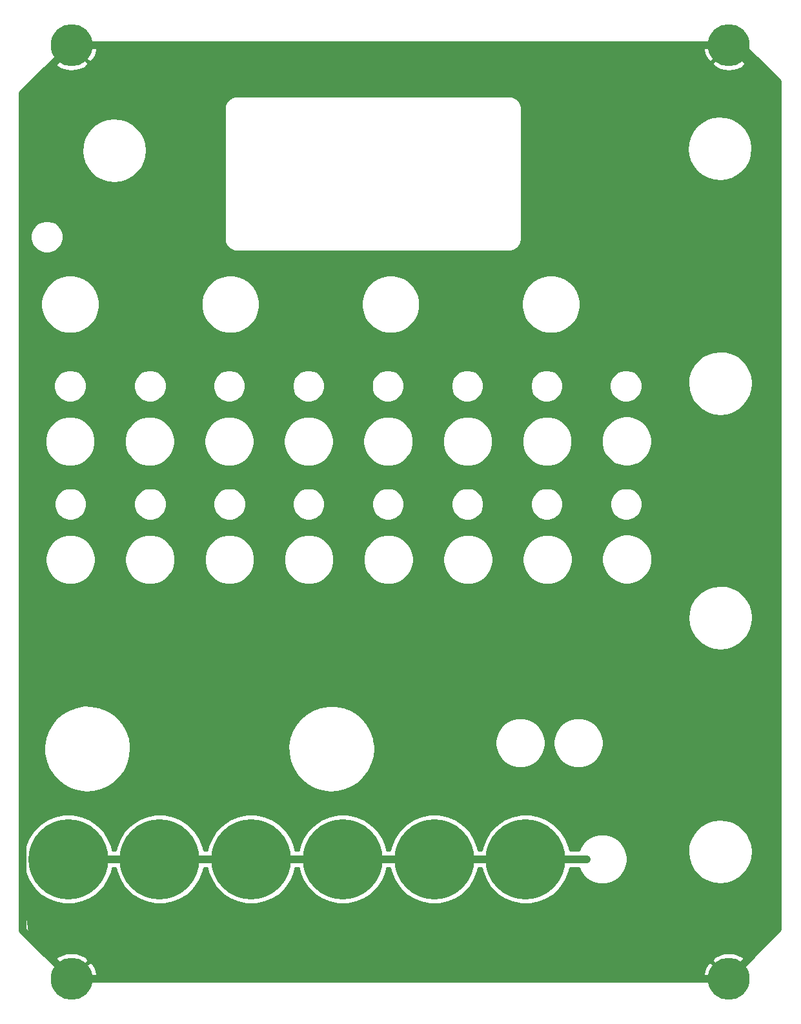
<source format=gbr>
G04 #@! TF.GenerationSoftware,KiCad,Pcbnew,(5.1.2)-1*
G04 #@! TF.CreationDate,2020-07-24T16:32:53-07:00*
G04 #@! TF.ProjectId,kicad-panel,6b696361-642d-4706-916e-656c2e6b6963,rev?*
G04 #@! TF.SameCoordinates,Original*
G04 #@! TF.FileFunction,Copper,L2,Bot*
G04 #@! TF.FilePolarity,Positive*
%FSLAX46Y46*%
G04 Gerber Fmt 4.6, Leading zero omitted, Abs format (unit mm)*
G04 Created by KiCad (PCBNEW (5.1.2)-1) date 2020-07-24 16:32:53*
%MOMM*%
%LPD*%
G04 APERTURE LIST*
%ADD10C,5.500000*%
%ADD11C,10.500000*%
%ADD12C,1.000000*%
%ADD13C,0.254000*%
G04 APERTURE END LIST*
D10*
X19400000Y-15080000D03*
X105630000Y-15080000D03*
X19400000Y-137480000D03*
X105630000Y-137480000D03*
D11*
X78990000Y-121800000D03*
X66990000Y-121800000D03*
X54990000Y-121800000D03*
X42990000Y-121800000D03*
X30990000Y-121800000D03*
X18990000Y-121800000D03*
D12*
X87029997Y-121800000D02*
X18990000Y-121800000D01*
X101740913Y-137480000D02*
X19400000Y-137480000D01*
X105630000Y-137480000D02*
X101740913Y-137480000D01*
X101740913Y-15080000D02*
X19400000Y-15080000D01*
X105630000Y-15080000D02*
X101740913Y-15080000D01*
X13039999Y-131119999D02*
X19400000Y-137480000D01*
X19400000Y-15080000D02*
X13039999Y-21440001D01*
X13039999Y-21440001D02*
X13039999Y-131119999D01*
X106530000Y-15080000D02*
X108080000Y-16630000D01*
X105630000Y-15080000D02*
X106530000Y-15080000D01*
X107170000Y-15080000D02*
X105630000Y-15080000D01*
X109100000Y-17010000D02*
X107170000Y-15080000D01*
X109170000Y-17010000D02*
X109100000Y-17010000D01*
X112088869Y-19928869D02*
X109170000Y-17010000D01*
X105630000Y-137480000D02*
X112088869Y-131021131D01*
X112088869Y-131021131D02*
X112088869Y-19928869D01*
D13*
G36*
X102228628Y-15073457D02*
G01*
X102292708Y-15737158D01*
X102485038Y-16375605D01*
X102798228Y-16964262D01*
X102805497Y-16975141D01*
X103249072Y-17281323D01*
X105450395Y-15080000D01*
X105436253Y-15065858D01*
X105615858Y-14886253D01*
X105630000Y-14900395D01*
X105644143Y-14886253D01*
X105823748Y-15065858D01*
X105809605Y-15080000D01*
X108010928Y-17281323D01*
X108436385Y-16987647D01*
X112043088Y-19890875D01*
X112202929Y-130560742D01*
X106540363Y-136749242D01*
X105809605Y-137480000D01*
X105823748Y-137494143D01*
X105774791Y-137543099D01*
X105485511Y-137543401D01*
X105436253Y-137494143D01*
X105450395Y-137480000D01*
X103249072Y-135278677D01*
X102805497Y-135584859D01*
X102490046Y-136172306D01*
X102295260Y-136810008D01*
X102228628Y-137473457D01*
X102235709Y-137546796D01*
X22786985Y-137629795D01*
X22801372Y-137486543D01*
X22737292Y-136822842D01*
X22544962Y-136184395D01*
X22231772Y-135595738D01*
X22224503Y-135584859D01*
X21780928Y-135278677D01*
X19606433Y-137453172D01*
X19432621Y-137267774D01*
X21601323Y-135099072D01*
X103428677Y-135099072D01*
X105630000Y-137300395D01*
X107831323Y-135099072D01*
X107525141Y-134655497D01*
X106937694Y-134340046D01*
X106299992Y-134145260D01*
X105636543Y-134078628D01*
X104972842Y-134142708D01*
X104334395Y-134335038D01*
X103745738Y-134648228D01*
X103734859Y-134655497D01*
X103428677Y-135099072D01*
X21601323Y-135099072D01*
X21295141Y-134655497D01*
X20707694Y-134340046D01*
X20069992Y-134145260D01*
X19406543Y-134078628D01*
X18742842Y-134142708D01*
X18104395Y-134335038D01*
X17515738Y-134648228D01*
X17504859Y-134655497D01*
X17283822Y-134975721D01*
X13840428Y-131302768D01*
X13286990Y-127201402D01*
X13282530Y-123272124D01*
X13331157Y-123516591D01*
X13774781Y-124587593D01*
X14418822Y-125551469D01*
X15238531Y-126371178D01*
X16202407Y-127015219D01*
X17273409Y-127458843D01*
X18410378Y-127685000D01*
X19569622Y-127685000D01*
X20706591Y-127458843D01*
X21777593Y-127015219D01*
X22741469Y-126371178D01*
X23561178Y-125551469D01*
X24205219Y-124587593D01*
X24648843Y-123516591D01*
X24764529Y-122935000D01*
X25215471Y-122935000D01*
X25331157Y-123516591D01*
X25774781Y-124587593D01*
X26418822Y-125551469D01*
X27238531Y-126371178D01*
X28202407Y-127015219D01*
X29273409Y-127458843D01*
X30410378Y-127685000D01*
X31569622Y-127685000D01*
X32706591Y-127458843D01*
X33777593Y-127015219D01*
X34741469Y-126371178D01*
X35561178Y-125551469D01*
X36205219Y-124587593D01*
X36648843Y-123516591D01*
X36764529Y-122935000D01*
X37215471Y-122935000D01*
X37331157Y-123516591D01*
X37774781Y-124587593D01*
X38418822Y-125551469D01*
X39238531Y-126371178D01*
X40202407Y-127015219D01*
X41273409Y-127458843D01*
X42410378Y-127685000D01*
X43569622Y-127685000D01*
X44706591Y-127458843D01*
X45777593Y-127015219D01*
X46741469Y-126371178D01*
X47561178Y-125551469D01*
X48205219Y-124587593D01*
X48648843Y-123516591D01*
X48764529Y-122935000D01*
X49215471Y-122935000D01*
X49331157Y-123516591D01*
X49774781Y-124587593D01*
X50418822Y-125551469D01*
X51238531Y-126371178D01*
X52202407Y-127015219D01*
X53273409Y-127458843D01*
X54410378Y-127685000D01*
X55569622Y-127685000D01*
X56706591Y-127458843D01*
X57777593Y-127015219D01*
X58741469Y-126371178D01*
X59561178Y-125551469D01*
X60205219Y-124587593D01*
X60648843Y-123516591D01*
X60764529Y-122935000D01*
X61215471Y-122935000D01*
X61331157Y-123516591D01*
X61774781Y-124587593D01*
X62418822Y-125551469D01*
X63238531Y-126371178D01*
X64202407Y-127015219D01*
X65273409Y-127458843D01*
X66410378Y-127685000D01*
X67569622Y-127685000D01*
X68706591Y-127458843D01*
X69777593Y-127015219D01*
X70741469Y-126371178D01*
X71561178Y-125551469D01*
X72205219Y-124587593D01*
X72648843Y-123516591D01*
X72764529Y-122935000D01*
X73215471Y-122935000D01*
X73331157Y-123516591D01*
X73774781Y-124587593D01*
X74418822Y-125551469D01*
X75238531Y-126371178D01*
X76202407Y-127015219D01*
X77273409Y-127458843D01*
X78410378Y-127685000D01*
X79569622Y-127685000D01*
X80706591Y-127458843D01*
X81777593Y-127015219D01*
X82741469Y-126371178D01*
X83561178Y-125551469D01*
X84205219Y-124587593D01*
X84648843Y-123516591D01*
X84764529Y-122935000D01*
X85944471Y-122935000D01*
X86118868Y-123356031D01*
X86478371Y-123894066D01*
X86935931Y-124351626D01*
X87473966Y-124711129D01*
X88071798Y-124958760D01*
X88706453Y-125085000D01*
X89353541Y-125085000D01*
X89988196Y-124958760D01*
X90586028Y-124711129D01*
X91124063Y-124351626D01*
X91581623Y-123894066D01*
X91941126Y-123356031D01*
X92188757Y-122758199D01*
X92314997Y-122123544D01*
X92314997Y-121476456D01*
X92196190Y-120879166D01*
X100265218Y-120879166D01*
X100357407Y-121701046D01*
X100607477Y-122489367D01*
X101005904Y-123214103D01*
X101537511Y-123847648D01*
X102182050Y-124365871D01*
X102914971Y-124749032D01*
X103708356Y-124982538D01*
X104531987Y-125057495D01*
X105354490Y-124971046D01*
X106144538Y-124726485D01*
X106872038Y-124333128D01*
X107509279Y-123805957D01*
X108031988Y-123165051D01*
X108420257Y-122434823D01*
X108659297Y-121643087D01*
X108740001Y-120820000D01*
X108738349Y-120701679D01*
X108634694Y-119881167D01*
X108373641Y-119096414D01*
X107965135Y-118377312D01*
X107424733Y-117751251D01*
X106773022Y-117242078D01*
X106034823Y-116869187D01*
X105238254Y-116646781D01*
X104413657Y-116583331D01*
X103592441Y-116681256D01*
X102805885Y-116936823D01*
X102083948Y-117340300D01*
X101454130Y-117876317D01*
X100940420Y-118524458D01*
X100562384Y-119260036D01*
X100334423Y-120055032D01*
X100265218Y-120879166D01*
X92196190Y-120879166D01*
X92188757Y-120841801D01*
X91941126Y-120243969D01*
X91581623Y-119705934D01*
X91124063Y-119248374D01*
X90586028Y-118888871D01*
X89988196Y-118641240D01*
X89353541Y-118515000D01*
X88706453Y-118515000D01*
X88071798Y-118641240D01*
X87473966Y-118888871D01*
X86935931Y-119248374D01*
X86478371Y-119705934D01*
X86118868Y-120243969D01*
X85944471Y-120665000D01*
X84764529Y-120665000D01*
X84648843Y-120083409D01*
X84205219Y-119012407D01*
X83561178Y-118048531D01*
X82741469Y-117228822D01*
X81777593Y-116584781D01*
X80706591Y-116141157D01*
X79569622Y-115915000D01*
X78410378Y-115915000D01*
X77273409Y-116141157D01*
X76202407Y-116584781D01*
X75238531Y-117228822D01*
X74418822Y-118048531D01*
X73774781Y-119012407D01*
X73331157Y-120083409D01*
X73215471Y-120665000D01*
X72764529Y-120665000D01*
X72648843Y-120083409D01*
X72205219Y-119012407D01*
X71561178Y-118048531D01*
X70741469Y-117228822D01*
X69777593Y-116584781D01*
X68706591Y-116141157D01*
X67569622Y-115915000D01*
X66410378Y-115915000D01*
X65273409Y-116141157D01*
X64202407Y-116584781D01*
X63238531Y-117228822D01*
X62418822Y-118048531D01*
X61774781Y-119012407D01*
X61331157Y-120083409D01*
X61215471Y-120665000D01*
X60764529Y-120665000D01*
X60648843Y-120083409D01*
X60205219Y-119012407D01*
X59561178Y-118048531D01*
X58741469Y-117228822D01*
X57777593Y-116584781D01*
X56706591Y-116141157D01*
X55569622Y-115915000D01*
X54410378Y-115915000D01*
X53273409Y-116141157D01*
X52202407Y-116584781D01*
X51238531Y-117228822D01*
X50418822Y-118048531D01*
X49774781Y-119012407D01*
X49331157Y-120083409D01*
X49215471Y-120665000D01*
X48764529Y-120665000D01*
X48648843Y-120083409D01*
X48205219Y-119012407D01*
X47561178Y-118048531D01*
X46741469Y-117228822D01*
X45777593Y-116584781D01*
X44706591Y-116141157D01*
X43569622Y-115915000D01*
X42410378Y-115915000D01*
X41273409Y-116141157D01*
X40202407Y-116584781D01*
X39238531Y-117228822D01*
X38418822Y-118048531D01*
X37774781Y-119012407D01*
X37331157Y-120083409D01*
X37215471Y-120665000D01*
X36764529Y-120665000D01*
X36648843Y-120083409D01*
X36205219Y-119012407D01*
X35561178Y-118048531D01*
X34741469Y-117228822D01*
X33777593Y-116584781D01*
X32706591Y-116141157D01*
X31569622Y-115915000D01*
X30410378Y-115915000D01*
X29273409Y-116141157D01*
X28202407Y-116584781D01*
X27238531Y-117228822D01*
X26418822Y-118048531D01*
X25774781Y-119012407D01*
X25331157Y-120083409D01*
X25215471Y-120665000D01*
X24764529Y-120665000D01*
X24648843Y-120083409D01*
X24205219Y-119012407D01*
X23561178Y-118048531D01*
X22741469Y-117228822D01*
X21777593Y-116584781D01*
X20706591Y-116141157D01*
X19569622Y-115915000D01*
X18410378Y-115915000D01*
X17273409Y-116141157D01*
X16202407Y-116584781D01*
X15238531Y-117228822D01*
X14418822Y-118048531D01*
X13774781Y-119012407D01*
X13331157Y-120083409D01*
X13279206Y-120344583D01*
X13264005Y-106952817D01*
X15804240Y-106952817D01*
X15830714Y-107963819D01*
X16035803Y-108954155D01*
X16413024Y-109892522D01*
X16950453Y-110749258D01*
X17631104Y-111497283D01*
X18433461Y-112112953D01*
X19332163Y-112576808D01*
X20298804Y-112874186D01*
X21302828Y-112995686D01*
X22312500Y-112937469D01*
X23295906Y-112701374D01*
X24221960Y-112294864D01*
X25061393Y-111730789D01*
X25787669Y-111026979D01*
X26377833Y-110205679D01*
X26813230Y-109292850D01*
X27080098Y-108317345D01*
X27170001Y-107310000D01*
X27162205Y-107012287D01*
X27155165Y-106962817D01*
X47834240Y-106962817D01*
X47860714Y-107973819D01*
X48065803Y-108964155D01*
X48443024Y-109902522D01*
X48980453Y-110759258D01*
X49661104Y-111507283D01*
X50463461Y-112122953D01*
X51362163Y-112586808D01*
X52328804Y-112884186D01*
X53332828Y-113005686D01*
X54342500Y-112947469D01*
X55325906Y-112711374D01*
X56251960Y-112304864D01*
X57091393Y-111740789D01*
X57817669Y-111036979D01*
X58407833Y-110215679D01*
X58843230Y-109302850D01*
X59110098Y-108327345D01*
X59200001Y-107320000D01*
X59192205Y-107022287D01*
X59080365Y-106236456D01*
X74985000Y-106236456D01*
X74985000Y-106883544D01*
X75111240Y-107518199D01*
X75358871Y-108116031D01*
X75718374Y-108654066D01*
X76175934Y-109111626D01*
X76713969Y-109471129D01*
X77311801Y-109718760D01*
X77946456Y-109845000D01*
X78593544Y-109845000D01*
X79228199Y-109718760D01*
X79826031Y-109471129D01*
X80364066Y-109111626D01*
X80821626Y-108654066D01*
X81181129Y-108116031D01*
X81428760Y-107518199D01*
X81555000Y-106883544D01*
X81555000Y-106236456D01*
X82605000Y-106236456D01*
X82605000Y-106883544D01*
X82731240Y-107518199D01*
X82978871Y-108116031D01*
X83338374Y-108654066D01*
X83795934Y-109111626D01*
X84333969Y-109471129D01*
X84931801Y-109718760D01*
X85566456Y-109845000D01*
X86213544Y-109845000D01*
X86848199Y-109718760D01*
X87446031Y-109471129D01*
X87984066Y-109111626D01*
X88441626Y-108654066D01*
X88801129Y-108116031D01*
X89048760Y-107518199D01*
X89175000Y-106883544D01*
X89175000Y-106236456D01*
X89048760Y-105601801D01*
X88801129Y-105003969D01*
X88441626Y-104465934D01*
X87984066Y-104008374D01*
X87446031Y-103648871D01*
X86848199Y-103401240D01*
X86213544Y-103275000D01*
X85566456Y-103275000D01*
X84931801Y-103401240D01*
X84333969Y-103648871D01*
X83795934Y-104008374D01*
X83338374Y-104465934D01*
X82978871Y-105003969D01*
X82731240Y-105601801D01*
X82605000Y-106236456D01*
X81555000Y-106236456D01*
X81428760Y-105601801D01*
X81181129Y-105003969D01*
X80821626Y-104465934D01*
X80364066Y-104008374D01*
X79826031Y-103648871D01*
X79228199Y-103401240D01*
X78593544Y-103275000D01*
X77946456Y-103275000D01*
X77311801Y-103401240D01*
X76713969Y-103648871D01*
X76175934Y-104008374D01*
X75718374Y-104465934D01*
X75358871Y-105003969D01*
X75111240Y-105601801D01*
X74985000Y-106236456D01*
X59080365Y-106236456D01*
X59049705Y-106021028D01*
X58732149Y-105060827D01*
X58249575Y-104172036D01*
X57617236Y-103382748D01*
X56855120Y-102717912D01*
X55987317Y-102198543D01*
X55041257Y-101841056D01*
X54046842Y-101656753D01*
X53035507Y-101651457D01*
X52039218Y-101825338D01*
X51089465Y-102172898D01*
X50216271Y-102683151D01*
X49447235Y-103339970D01*
X48806666Y-104122593D01*
X48314811Y-105006281D01*
X47987217Y-105963104D01*
X47834240Y-106962817D01*
X27155165Y-106962817D01*
X27019705Y-106011028D01*
X26702149Y-105050827D01*
X26219575Y-104162036D01*
X25587236Y-103372748D01*
X24825120Y-102707912D01*
X23957317Y-102188543D01*
X23011257Y-101831056D01*
X22016842Y-101646753D01*
X21005507Y-101641457D01*
X20009218Y-101815338D01*
X19059465Y-102162898D01*
X18186271Y-102673151D01*
X17417235Y-103329970D01*
X16776666Y-104112593D01*
X16284811Y-104996281D01*
X15957217Y-105953104D01*
X15804240Y-106952817D01*
X13264005Y-106952817D01*
X13244988Y-90199166D01*
X100275218Y-90199166D01*
X100367407Y-91021046D01*
X100617477Y-91809367D01*
X101015904Y-92534103D01*
X101547511Y-93167648D01*
X102192050Y-93685871D01*
X102924971Y-94069032D01*
X103718356Y-94302538D01*
X104541987Y-94377495D01*
X105364490Y-94291046D01*
X106154538Y-94046485D01*
X106882038Y-93653128D01*
X107519279Y-93125957D01*
X108041988Y-92485051D01*
X108430257Y-91754823D01*
X108669297Y-90963087D01*
X108750001Y-90140000D01*
X108748349Y-90021679D01*
X108644694Y-89201167D01*
X108383641Y-88416414D01*
X107975135Y-87697312D01*
X107434733Y-87071251D01*
X106783022Y-86562078D01*
X106044823Y-86189187D01*
X105248254Y-85966781D01*
X104423657Y-85903331D01*
X103602441Y-86001256D01*
X102815885Y-86256823D01*
X102093948Y-86660300D01*
X101464130Y-87196317D01*
X100950420Y-87844458D01*
X100572384Y-88580036D01*
X100344423Y-89375032D01*
X100275218Y-90199166D01*
X13244988Y-90199166D01*
X13235880Y-82176456D01*
X15985000Y-82176456D01*
X15985000Y-82823544D01*
X16111240Y-83458199D01*
X16358871Y-84056031D01*
X16718374Y-84594066D01*
X17175934Y-85051626D01*
X17713969Y-85411129D01*
X18311801Y-85658760D01*
X18946456Y-85785000D01*
X19593544Y-85785000D01*
X20228199Y-85658760D01*
X20826031Y-85411129D01*
X21364066Y-85051626D01*
X21821626Y-84594066D01*
X22181129Y-84056031D01*
X22428760Y-83458199D01*
X22555000Y-82823544D01*
X22555000Y-82176456D01*
X26413571Y-82176456D01*
X26413571Y-82823544D01*
X26539811Y-83458199D01*
X26787442Y-84056031D01*
X27146945Y-84594066D01*
X27604505Y-85051626D01*
X28142540Y-85411129D01*
X28740372Y-85658760D01*
X29375027Y-85785000D01*
X30022115Y-85785000D01*
X30656770Y-85658760D01*
X31254602Y-85411129D01*
X31792637Y-85051626D01*
X32250197Y-84594066D01*
X32609700Y-84056031D01*
X32857331Y-83458199D01*
X32983571Y-82823544D01*
X32983571Y-82176456D01*
X36842142Y-82176456D01*
X36842142Y-82823544D01*
X36968382Y-83458199D01*
X37216013Y-84056031D01*
X37575516Y-84594066D01*
X38033076Y-85051626D01*
X38571111Y-85411129D01*
X39168943Y-85658760D01*
X39803598Y-85785000D01*
X40450686Y-85785000D01*
X41085341Y-85658760D01*
X41683173Y-85411129D01*
X42221208Y-85051626D01*
X42678768Y-84594066D01*
X43038271Y-84056031D01*
X43285902Y-83458199D01*
X43412142Y-82823544D01*
X43412142Y-82176456D01*
X47270713Y-82176456D01*
X47270713Y-82823544D01*
X47396953Y-83458199D01*
X47644584Y-84056031D01*
X48004087Y-84594066D01*
X48461647Y-85051626D01*
X48999682Y-85411129D01*
X49597514Y-85658760D01*
X50232169Y-85785000D01*
X50879257Y-85785000D01*
X51513912Y-85658760D01*
X52111744Y-85411129D01*
X52649779Y-85051626D01*
X53107339Y-84594066D01*
X53466842Y-84056031D01*
X53714473Y-83458199D01*
X53840713Y-82823544D01*
X53840713Y-82176456D01*
X57699284Y-82176456D01*
X57699284Y-82823544D01*
X57825524Y-83458199D01*
X58073155Y-84056031D01*
X58432658Y-84594066D01*
X58890218Y-85051626D01*
X59428253Y-85411129D01*
X60026085Y-85658760D01*
X60660740Y-85785000D01*
X61307828Y-85785000D01*
X61942483Y-85658760D01*
X62540315Y-85411129D01*
X63078350Y-85051626D01*
X63535910Y-84594066D01*
X63895413Y-84056031D01*
X64143044Y-83458199D01*
X64269284Y-82823544D01*
X64269284Y-82176456D01*
X68127855Y-82176456D01*
X68127855Y-82823544D01*
X68254095Y-83458199D01*
X68501726Y-84056031D01*
X68861229Y-84594066D01*
X69318789Y-85051626D01*
X69856824Y-85411129D01*
X70454656Y-85658760D01*
X71089311Y-85785000D01*
X71736399Y-85785000D01*
X72371054Y-85658760D01*
X72968886Y-85411129D01*
X73506921Y-85051626D01*
X73964481Y-84594066D01*
X74323984Y-84056031D01*
X74571615Y-83458199D01*
X74697855Y-82823544D01*
X74697855Y-82176456D01*
X78556426Y-82176456D01*
X78556426Y-82823544D01*
X78682666Y-83458199D01*
X78930297Y-84056031D01*
X79289800Y-84594066D01*
X79747360Y-85051626D01*
X80285395Y-85411129D01*
X80883227Y-85658760D01*
X81517882Y-85785000D01*
X82164970Y-85785000D01*
X82799625Y-85658760D01*
X83397457Y-85411129D01*
X83935492Y-85051626D01*
X84393052Y-84594066D01*
X84752555Y-84056031D01*
X85000186Y-83458199D01*
X85126426Y-82823544D01*
X85126426Y-82176456D01*
X85120459Y-82146456D01*
X88984997Y-82146456D01*
X88984997Y-82793544D01*
X89111237Y-83428199D01*
X89358868Y-84026031D01*
X89718371Y-84564066D01*
X90175931Y-85021626D01*
X90713966Y-85381129D01*
X91311798Y-85628760D01*
X91946453Y-85755000D01*
X92593541Y-85755000D01*
X93228196Y-85628760D01*
X93826028Y-85381129D01*
X94364063Y-85021626D01*
X94821623Y-84564066D01*
X95181126Y-84026031D01*
X95428757Y-83428199D01*
X95554997Y-82793544D01*
X95554997Y-82146456D01*
X95428757Y-81511801D01*
X95181126Y-80913969D01*
X94821623Y-80375934D01*
X94364063Y-79918374D01*
X93826028Y-79558871D01*
X93228196Y-79311240D01*
X92593541Y-79185000D01*
X91946453Y-79185000D01*
X91311798Y-79311240D01*
X90713966Y-79558871D01*
X90175931Y-79918374D01*
X89718371Y-80375934D01*
X89358868Y-80913969D01*
X89111237Y-81511801D01*
X88984997Y-82146456D01*
X85120459Y-82146456D01*
X85000186Y-81541801D01*
X84752555Y-80943969D01*
X84393052Y-80405934D01*
X83935492Y-79948374D01*
X83397457Y-79588871D01*
X82799625Y-79341240D01*
X82164970Y-79215000D01*
X81517882Y-79215000D01*
X80883227Y-79341240D01*
X80285395Y-79588871D01*
X79747360Y-79948374D01*
X79289800Y-80405934D01*
X78930297Y-80943969D01*
X78682666Y-81541801D01*
X78556426Y-82176456D01*
X74697855Y-82176456D01*
X74571615Y-81541801D01*
X74323984Y-80943969D01*
X73964481Y-80405934D01*
X73506921Y-79948374D01*
X72968886Y-79588871D01*
X72371054Y-79341240D01*
X71736399Y-79215000D01*
X71089311Y-79215000D01*
X70454656Y-79341240D01*
X69856824Y-79588871D01*
X69318789Y-79948374D01*
X68861229Y-80405934D01*
X68501726Y-80943969D01*
X68254095Y-81541801D01*
X68127855Y-82176456D01*
X64269284Y-82176456D01*
X64143044Y-81541801D01*
X63895413Y-80943969D01*
X63535910Y-80405934D01*
X63078350Y-79948374D01*
X62540315Y-79588871D01*
X61942483Y-79341240D01*
X61307828Y-79215000D01*
X60660740Y-79215000D01*
X60026085Y-79341240D01*
X59428253Y-79588871D01*
X58890218Y-79948374D01*
X58432658Y-80405934D01*
X58073155Y-80943969D01*
X57825524Y-81541801D01*
X57699284Y-82176456D01*
X53840713Y-82176456D01*
X53714473Y-81541801D01*
X53466842Y-80943969D01*
X53107339Y-80405934D01*
X52649779Y-79948374D01*
X52111744Y-79588871D01*
X51513912Y-79341240D01*
X50879257Y-79215000D01*
X50232169Y-79215000D01*
X49597514Y-79341240D01*
X48999682Y-79588871D01*
X48461647Y-79948374D01*
X48004087Y-80405934D01*
X47644584Y-80943969D01*
X47396953Y-81541801D01*
X47270713Y-82176456D01*
X43412142Y-82176456D01*
X43285902Y-81541801D01*
X43038271Y-80943969D01*
X42678768Y-80405934D01*
X42221208Y-79948374D01*
X41683173Y-79588871D01*
X41085341Y-79341240D01*
X40450686Y-79215000D01*
X39803598Y-79215000D01*
X39168943Y-79341240D01*
X38571111Y-79588871D01*
X38033076Y-79948374D01*
X37575516Y-80405934D01*
X37216013Y-80943969D01*
X36968382Y-81541801D01*
X36842142Y-82176456D01*
X32983571Y-82176456D01*
X32857331Y-81541801D01*
X32609700Y-80943969D01*
X32250197Y-80405934D01*
X31792637Y-79948374D01*
X31254602Y-79588871D01*
X30656770Y-79341240D01*
X30022115Y-79215000D01*
X29375027Y-79215000D01*
X28740372Y-79341240D01*
X28142540Y-79588871D01*
X27604505Y-79948374D01*
X27146945Y-80405934D01*
X26787442Y-80943969D01*
X26539811Y-81541801D01*
X26413571Y-82176456D01*
X22555000Y-82176456D01*
X22428760Y-81541801D01*
X22181129Y-80943969D01*
X21821626Y-80405934D01*
X21364066Y-79948374D01*
X20826031Y-79588871D01*
X20228199Y-79341240D01*
X19593544Y-79215000D01*
X18946456Y-79215000D01*
X18311801Y-79341240D01*
X17713969Y-79588871D01*
X17175934Y-79948374D01*
X16718374Y-80405934D01*
X16358871Y-80943969D01*
X16111240Y-81541801D01*
X15985000Y-82176456D01*
X13235880Y-82176456D01*
X13227779Y-75039721D01*
X17125000Y-75039721D01*
X17125000Y-75460279D01*
X17207047Y-75872756D01*
X17367988Y-76261302D01*
X17601637Y-76610983D01*
X17899017Y-76908363D01*
X18248698Y-77142012D01*
X18637244Y-77302953D01*
X19049721Y-77385000D01*
X19470279Y-77385000D01*
X19882756Y-77302953D01*
X20271302Y-77142012D01*
X20620983Y-76908363D01*
X20918363Y-76610983D01*
X21152012Y-76261302D01*
X21312953Y-75872756D01*
X21395000Y-75460279D01*
X21395000Y-75039721D01*
X27605000Y-75039721D01*
X27605000Y-75460279D01*
X27687047Y-75872756D01*
X27847988Y-76261302D01*
X28081637Y-76610983D01*
X28379017Y-76908363D01*
X28728698Y-77142012D01*
X29117244Y-77302953D01*
X29529721Y-77385000D01*
X29950279Y-77385000D01*
X30362756Y-77302953D01*
X30751302Y-77142012D01*
X31100983Y-76908363D01*
X31398363Y-76610983D01*
X31632012Y-76261302D01*
X31792953Y-75872756D01*
X31875000Y-75460279D01*
X31875000Y-75039721D01*
X37995000Y-75039721D01*
X37995000Y-75460279D01*
X38077047Y-75872756D01*
X38237988Y-76261302D01*
X38471637Y-76610983D01*
X38769017Y-76908363D01*
X39118698Y-77142012D01*
X39507244Y-77302953D01*
X39919721Y-77385000D01*
X40340279Y-77385000D01*
X40752756Y-77302953D01*
X41141302Y-77142012D01*
X41490983Y-76908363D01*
X41788363Y-76610983D01*
X42022012Y-76261302D01*
X42182953Y-75872756D01*
X42265000Y-75460279D01*
X42265000Y-75039721D01*
X48385000Y-75039721D01*
X48385000Y-75460279D01*
X48467047Y-75872756D01*
X48627988Y-76261302D01*
X48861637Y-76610983D01*
X49159017Y-76908363D01*
X49508698Y-77142012D01*
X49897244Y-77302953D01*
X50309721Y-77385000D01*
X50730279Y-77385000D01*
X51142756Y-77302953D01*
X51531302Y-77142012D01*
X51880983Y-76908363D01*
X52178363Y-76610983D01*
X52412012Y-76261302D01*
X52572953Y-75872756D01*
X52655000Y-75460279D01*
X52655000Y-75039721D01*
X58795000Y-75039721D01*
X58795000Y-75460279D01*
X58877047Y-75872756D01*
X59037988Y-76261302D01*
X59271637Y-76610983D01*
X59569017Y-76908363D01*
X59918698Y-77142012D01*
X60307244Y-77302953D01*
X60719721Y-77385000D01*
X61140279Y-77385000D01*
X61552756Y-77302953D01*
X61941302Y-77142012D01*
X62290983Y-76908363D01*
X62588363Y-76610983D01*
X62822012Y-76261302D01*
X62982953Y-75872756D01*
X63065000Y-75460279D01*
X63065000Y-75039721D01*
X69215000Y-75039721D01*
X69215000Y-75460279D01*
X69297047Y-75872756D01*
X69457988Y-76261302D01*
X69691637Y-76610983D01*
X69989017Y-76908363D01*
X70338698Y-77142012D01*
X70727244Y-77302953D01*
X71139721Y-77385000D01*
X71560279Y-77385000D01*
X71972756Y-77302953D01*
X72361302Y-77142012D01*
X72710983Y-76908363D01*
X73008363Y-76610983D01*
X73242012Y-76261302D01*
X73402953Y-75872756D01*
X73485000Y-75460279D01*
X73485000Y-75039721D01*
X79625000Y-75039721D01*
X79625000Y-75460279D01*
X79707047Y-75872756D01*
X79867988Y-76261302D01*
X80101637Y-76610983D01*
X80399017Y-76908363D01*
X80748698Y-77142012D01*
X81137244Y-77302953D01*
X81549721Y-77385000D01*
X81970279Y-77385000D01*
X82382756Y-77302953D01*
X82771302Y-77142012D01*
X83120983Y-76908363D01*
X83418363Y-76610983D01*
X83652012Y-76261302D01*
X83812953Y-75872756D01*
X83895000Y-75460279D01*
X83895000Y-75039721D01*
X90025000Y-75039721D01*
X90025000Y-75460279D01*
X90107047Y-75872756D01*
X90267988Y-76261302D01*
X90501637Y-76610983D01*
X90799017Y-76908363D01*
X91148698Y-77142012D01*
X91537244Y-77302953D01*
X91949721Y-77385000D01*
X92370279Y-77385000D01*
X92782756Y-77302953D01*
X93171302Y-77142012D01*
X93520983Y-76908363D01*
X93818363Y-76610983D01*
X94052012Y-76261302D01*
X94212953Y-75872756D01*
X94295000Y-75460279D01*
X94295000Y-75039721D01*
X94212953Y-74627244D01*
X94052012Y-74238698D01*
X93818363Y-73889017D01*
X93520983Y-73591637D01*
X93171302Y-73357988D01*
X92782756Y-73197047D01*
X92370279Y-73115000D01*
X91949721Y-73115000D01*
X91537244Y-73197047D01*
X91148698Y-73357988D01*
X90799017Y-73591637D01*
X90501637Y-73889017D01*
X90267988Y-74238698D01*
X90107047Y-74627244D01*
X90025000Y-75039721D01*
X83895000Y-75039721D01*
X83812953Y-74627244D01*
X83652012Y-74238698D01*
X83418363Y-73889017D01*
X83120983Y-73591637D01*
X82771302Y-73357988D01*
X82382756Y-73197047D01*
X81970279Y-73115000D01*
X81549721Y-73115000D01*
X81137244Y-73197047D01*
X80748698Y-73357988D01*
X80399017Y-73591637D01*
X80101637Y-73889017D01*
X79867988Y-74238698D01*
X79707047Y-74627244D01*
X79625000Y-75039721D01*
X73485000Y-75039721D01*
X73402953Y-74627244D01*
X73242012Y-74238698D01*
X73008363Y-73889017D01*
X72710983Y-73591637D01*
X72361302Y-73357988D01*
X71972756Y-73197047D01*
X71560279Y-73115000D01*
X71139721Y-73115000D01*
X70727244Y-73197047D01*
X70338698Y-73357988D01*
X69989017Y-73591637D01*
X69691637Y-73889017D01*
X69457988Y-74238698D01*
X69297047Y-74627244D01*
X69215000Y-75039721D01*
X63065000Y-75039721D01*
X62982953Y-74627244D01*
X62822012Y-74238698D01*
X62588363Y-73889017D01*
X62290983Y-73591637D01*
X61941302Y-73357988D01*
X61552756Y-73197047D01*
X61140279Y-73115000D01*
X60719721Y-73115000D01*
X60307244Y-73197047D01*
X59918698Y-73357988D01*
X59569017Y-73591637D01*
X59271637Y-73889017D01*
X59037988Y-74238698D01*
X58877047Y-74627244D01*
X58795000Y-75039721D01*
X52655000Y-75039721D01*
X52572953Y-74627244D01*
X52412012Y-74238698D01*
X52178363Y-73889017D01*
X51880983Y-73591637D01*
X51531302Y-73357988D01*
X51142756Y-73197047D01*
X50730279Y-73115000D01*
X50309721Y-73115000D01*
X49897244Y-73197047D01*
X49508698Y-73357988D01*
X49159017Y-73591637D01*
X48861637Y-73889017D01*
X48627988Y-74238698D01*
X48467047Y-74627244D01*
X48385000Y-75039721D01*
X42265000Y-75039721D01*
X42182953Y-74627244D01*
X42022012Y-74238698D01*
X41788363Y-73889017D01*
X41490983Y-73591637D01*
X41141302Y-73357988D01*
X40752756Y-73197047D01*
X40340279Y-73115000D01*
X39919721Y-73115000D01*
X39507244Y-73197047D01*
X39118698Y-73357988D01*
X38769017Y-73591637D01*
X38471637Y-73889017D01*
X38237988Y-74238698D01*
X38077047Y-74627244D01*
X37995000Y-75039721D01*
X31875000Y-75039721D01*
X31792953Y-74627244D01*
X31632012Y-74238698D01*
X31398363Y-73889017D01*
X31100983Y-73591637D01*
X30751302Y-73357988D01*
X30362756Y-73197047D01*
X29950279Y-73115000D01*
X29529721Y-73115000D01*
X29117244Y-73197047D01*
X28728698Y-73357988D01*
X28379017Y-73591637D01*
X28081637Y-73889017D01*
X27847988Y-74238698D01*
X27687047Y-74627244D01*
X27605000Y-75039721D01*
X21395000Y-75039721D01*
X21312953Y-74627244D01*
X21152012Y-74238698D01*
X20918363Y-73889017D01*
X20620983Y-73591637D01*
X20271302Y-73357988D01*
X19882756Y-73197047D01*
X19470279Y-73115000D01*
X19049721Y-73115000D01*
X18637244Y-73197047D01*
X18248698Y-73357988D01*
X17899017Y-73591637D01*
X17601637Y-73889017D01*
X17367988Y-74238698D01*
X17207047Y-74627244D01*
X17125000Y-75039721D01*
X13227779Y-75039721D01*
X13218307Y-66696456D01*
X15945000Y-66696456D01*
X15945000Y-67343544D01*
X16071240Y-67978199D01*
X16318871Y-68576031D01*
X16678374Y-69114066D01*
X17135934Y-69571626D01*
X17673969Y-69931129D01*
X18271801Y-70178760D01*
X18906456Y-70305000D01*
X19553544Y-70305000D01*
X20188199Y-70178760D01*
X20786031Y-69931129D01*
X21324066Y-69571626D01*
X21781626Y-69114066D01*
X22141129Y-68576031D01*
X22388760Y-67978199D01*
X22515000Y-67343544D01*
X22515000Y-66696456D01*
X26373571Y-66696456D01*
X26373571Y-67343544D01*
X26499811Y-67978199D01*
X26747442Y-68576031D01*
X27106945Y-69114066D01*
X27564505Y-69571626D01*
X28102540Y-69931129D01*
X28700372Y-70178760D01*
X29335027Y-70305000D01*
X29982115Y-70305000D01*
X30616770Y-70178760D01*
X31214602Y-69931129D01*
X31752637Y-69571626D01*
X32210197Y-69114066D01*
X32569700Y-68576031D01*
X32817331Y-67978199D01*
X32943571Y-67343544D01*
X32943571Y-66696456D01*
X36802142Y-66696456D01*
X36802142Y-67343544D01*
X36928382Y-67978199D01*
X37176013Y-68576031D01*
X37535516Y-69114066D01*
X37993076Y-69571626D01*
X38531111Y-69931129D01*
X39128943Y-70178760D01*
X39763598Y-70305000D01*
X40410686Y-70305000D01*
X41045341Y-70178760D01*
X41643173Y-69931129D01*
X42181208Y-69571626D01*
X42638768Y-69114066D01*
X42998271Y-68576031D01*
X43245902Y-67978199D01*
X43372142Y-67343544D01*
X43372142Y-66696456D01*
X47230713Y-66696456D01*
X47230713Y-67343544D01*
X47356953Y-67978199D01*
X47604584Y-68576031D01*
X47964087Y-69114066D01*
X48421647Y-69571626D01*
X48959682Y-69931129D01*
X49557514Y-70178760D01*
X50192169Y-70305000D01*
X50839257Y-70305000D01*
X51473912Y-70178760D01*
X52071744Y-69931129D01*
X52609779Y-69571626D01*
X53067339Y-69114066D01*
X53426842Y-68576031D01*
X53674473Y-67978199D01*
X53800713Y-67343544D01*
X53800713Y-66696456D01*
X57659284Y-66696456D01*
X57659284Y-67343544D01*
X57785524Y-67978199D01*
X58033155Y-68576031D01*
X58392658Y-69114066D01*
X58850218Y-69571626D01*
X59388253Y-69931129D01*
X59986085Y-70178760D01*
X60620740Y-70305000D01*
X61267828Y-70305000D01*
X61902483Y-70178760D01*
X62500315Y-69931129D01*
X63038350Y-69571626D01*
X63495910Y-69114066D01*
X63855413Y-68576031D01*
X64103044Y-67978199D01*
X64229284Y-67343544D01*
X64229284Y-66696456D01*
X68087855Y-66696456D01*
X68087855Y-67343544D01*
X68214095Y-67978199D01*
X68461726Y-68576031D01*
X68821229Y-69114066D01*
X69278789Y-69571626D01*
X69816824Y-69931129D01*
X70414656Y-70178760D01*
X71049311Y-70305000D01*
X71696399Y-70305000D01*
X72331054Y-70178760D01*
X72928886Y-69931129D01*
X73466921Y-69571626D01*
X73924481Y-69114066D01*
X74283984Y-68576031D01*
X74531615Y-67978199D01*
X74657855Y-67343544D01*
X74657855Y-66696456D01*
X78516426Y-66696456D01*
X78516426Y-67343544D01*
X78642666Y-67978199D01*
X78890297Y-68576031D01*
X79249800Y-69114066D01*
X79707360Y-69571626D01*
X80245395Y-69931129D01*
X80843227Y-70178760D01*
X81477882Y-70305000D01*
X82124970Y-70305000D01*
X82759625Y-70178760D01*
X83357457Y-69931129D01*
X83895492Y-69571626D01*
X84353052Y-69114066D01*
X84712555Y-68576031D01*
X84960186Y-67978199D01*
X85086426Y-67343544D01*
X85086426Y-66696456D01*
X85080459Y-66666456D01*
X88944997Y-66666456D01*
X88944997Y-67313544D01*
X89071237Y-67948199D01*
X89318868Y-68546031D01*
X89678371Y-69084066D01*
X90135931Y-69541626D01*
X90673966Y-69901129D01*
X91271798Y-70148760D01*
X91906453Y-70275000D01*
X92553541Y-70275000D01*
X93188196Y-70148760D01*
X93786028Y-69901129D01*
X94324063Y-69541626D01*
X94781623Y-69084066D01*
X95141126Y-68546031D01*
X95388757Y-67948199D01*
X95514997Y-67313544D01*
X95514997Y-66666456D01*
X95388757Y-66031801D01*
X95141126Y-65433969D01*
X94781623Y-64895934D01*
X94324063Y-64438374D01*
X93786028Y-64078871D01*
X93188196Y-63831240D01*
X92553541Y-63705000D01*
X91906453Y-63705000D01*
X91271798Y-63831240D01*
X90673966Y-64078871D01*
X90135931Y-64438374D01*
X89678371Y-64895934D01*
X89318868Y-65433969D01*
X89071237Y-66031801D01*
X88944997Y-66666456D01*
X85080459Y-66666456D01*
X84960186Y-66061801D01*
X84712555Y-65463969D01*
X84353052Y-64925934D01*
X83895492Y-64468374D01*
X83357457Y-64108871D01*
X82759625Y-63861240D01*
X82124970Y-63735000D01*
X81477882Y-63735000D01*
X80843227Y-63861240D01*
X80245395Y-64108871D01*
X79707360Y-64468374D01*
X79249800Y-64925934D01*
X78890297Y-65463969D01*
X78642666Y-66061801D01*
X78516426Y-66696456D01*
X74657855Y-66696456D01*
X74531615Y-66061801D01*
X74283984Y-65463969D01*
X73924481Y-64925934D01*
X73466921Y-64468374D01*
X72928886Y-64108871D01*
X72331054Y-63861240D01*
X71696399Y-63735000D01*
X71049311Y-63735000D01*
X70414656Y-63861240D01*
X69816824Y-64108871D01*
X69278789Y-64468374D01*
X68821229Y-64925934D01*
X68461726Y-65463969D01*
X68214095Y-66061801D01*
X68087855Y-66696456D01*
X64229284Y-66696456D01*
X64103044Y-66061801D01*
X63855413Y-65463969D01*
X63495910Y-64925934D01*
X63038350Y-64468374D01*
X62500315Y-64108871D01*
X61902483Y-63861240D01*
X61267828Y-63735000D01*
X60620740Y-63735000D01*
X59986085Y-63861240D01*
X59388253Y-64108871D01*
X58850218Y-64468374D01*
X58392658Y-64925934D01*
X58033155Y-65463969D01*
X57785524Y-66061801D01*
X57659284Y-66696456D01*
X53800713Y-66696456D01*
X53674473Y-66061801D01*
X53426842Y-65463969D01*
X53067339Y-64925934D01*
X52609779Y-64468374D01*
X52071744Y-64108871D01*
X51473912Y-63861240D01*
X50839257Y-63735000D01*
X50192169Y-63735000D01*
X49557514Y-63861240D01*
X48959682Y-64108871D01*
X48421647Y-64468374D01*
X47964087Y-64925934D01*
X47604584Y-65463969D01*
X47356953Y-66061801D01*
X47230713Y-66696456D01*
X43372142Y-66696456D01*
X43245902Y-66061801D01*
X42998271Y-65463969D01*
X42638768Y-64925934D01*
X42181208Y-64468374D01*
X41643173Y-64108871D01*
X41045341Y-63861240D01*
X40410686Y-63735000D01*
X39763598Y-63735000D01*
X39128943Y-63861240D01*
X38531111Y-64108871D01*
X37993076Y-64468374D01*
X37535516Y-64925934D01*
X37176013Y-65463969D01*
X36928382Y-66061801D01*
X36802142Y-66696456D01*
X32943571Y-66696456D01*
X32817331Y-66061801D01*
X32569700Y-65463969D01*
X32210197Y-64925934D01*
X31752637Y-64468374D01*
X31214602Y-64108871D01*
X30616770Y-63861240D01*
X29982115Y-63735000D01*
X29335027Y-63735000D01*
X28700372Y-63861240D01*
X28102540Y-64108871D01*
X27564505Y-64468374D01*
X27106945Y-64925934D01*
X26747442Y-65463969D01*
X26499811Y-66061801D01*
X26373571Y-66696456D01*
X22515000Y-66696456D01*
X22388760Y-66061801D01*
X22141129Y-65463969D01*
X21781626Y-64925934D01*
X21324066Y-64468374D01*
X20786031Y-64108871D01*
X20188199Y-63861240D01*
X19553544Y-63735000D01*
X18906456Y-63735000D01*
X18271801Y-63861240D01*
X17673969Y-64108871D01*
X17135934Y-64468374D01*
X16678374Y-64925934D01*
X16318871Y-65463969D01*
X16071240Y-66061801D01*
X15945000Y-66696456D01*
X13218307Y-66696456D01*
X13210195Y-59549721D01*
X17095000Y-59549721D01*
X17095000Y-59970279D01*
X17177047Y-60382756D01*
X17337988Y-60771302D01*
X17571637Y-61120983D01*
X17869017Y-61418363D01*
X18218698Y-61652012D01*
X18607244Y-61812953D01*
X19019721Y-61895000D01*
X19440279Y-61895000D01*
X19852756Y-61812953D01*
X20241302Y-61652012D01*
X20590983Y-61418363D01*
X20888363Y-61120983D01*
X21122012Y-60771302D01*
X21282953Y-60382756D01*
X21365000Y-59970279D01*
X21365000Y-59549721D01*
X27575000Y-59549721D01*
X27575000Y-59970279D01*
X27657047Y-60382756D01*
X27817988Y-60771302D01*
X28051637Y-61120983D01*
X28349017Y-61418363D01*
X28698698Y-61652012D01*
X29087244Y-61812953D01*
X29499721Y-61895000D01*
X29920279Y-61895000D01*
X30332756Y-61812953D01*
X30721302Y-61652012D01*
X31070983Y-61418363D01*
X31368363Y-61120983D01*
X31602012Y-60771302D01*
X31762953Y-60382756D01*
X31845000Y-59970279D01*
X31845000Y-59549721D01*
X37965000Y-59549721D01*
X37965000Y-59970279D01*
X38047047Y-60382756D01*
X38207988Y-60771302D01*
X38441637Y-61120983D01*
X38739017Y-61418363D01*
X39088698Y-61652012D01*
X39477244Y-61812953D01*
X39889721Y-61895000D01*
X40310279Y-61895000D01*
X40722756Y-61812953D01*
X41111302Y-61652012D01*
X41460983Y-61418363D01*
X41758363Y-61120983D01*
X41992012Y-60771302D01*
X42152953Y-60382756D01*
X42235000Y-59970279D01*
X42235000Y-59549721D01*
X48355000Y-59549721D01*
X48355000Y-59970279D01*
X48437047Y-60382756D01*
X48597988Y-60771302D01*
X48831637Y-61120983D01*
X49129017Y-61418363D01*
X49478698Y-61652012D01*
X49867244Y-61812953D01*
X50279721Y-61895000D01*
X50700279Y-61895000D01*
X51112756Y-61812953D01*
X51501302Y-61652012D01*
X51850983Y-61418363D01*
X52148363Y-61120983D01*
X52382012Y-60771302D01*
X52542953Y-60382756D01*
X52625000Y-59970279D01*
X52625000Y-59549721D01*
X58765000Y-59549721D01*
X58765000Y-59970279D01*
X58847047Y-60382756D01*
X59007988Y-60771302D01*
X59241637Y-61120983D01*
X59539017Y-61418363D01*
X59888698Y-61652012D01*
X60277244Y-61812953D01*
X60689721Y-61895000D01*
X61110279Y-61895000D01*
X61522756Y-61812953D01*
X61911302Y-61652012D01*
X62260983Y-61418363D01*
X62558363Y-61120983D01*
X62792012Y-60771302D01*
X62952953Y-60382756D01*
X63035000Y-59970279D01*
X63035000Y-59549721D01*
X69185000Y-59549721D01*
X69185000Y-59970279D01*
X69267047Y-60382756D01*
X69427988Y-60771302D01*
X69661637Y-61120983D01*
X69959017Y-61418363D01*
X70308698Y-61652012D01*
X70697244Y-61812953D01*
X71109721Y-61895000D01*
X71530279Y-61895000D01*
X71942756Y-61812953D01*
X72331302Y-61652012D01*
X72680983Y-61418363D01*
X72978363Y-61120983D01*
X73212012Y-60771302D01*
X73372953Y-60382756D01*
X73455000Y-59970279D01*
X73455000Y-59549721D01*
X79595000Y-59549721D01*
X79595000Y-59970279D01*
X79677047Y-60382756D01*
X79837988Y-60771302D01*
X80071637Y-61120983D01*
X80369017Y-61418363D01*
X80718698Y-61652012D01*
X81107244Y-61812953D01*
X81519721Y-61895000D01*
X81940279Y-61895000D01*
X82352756Y-61812953D01*
X82741302Y-61652012D01*
X83090983Y-61418363D01*
X83388363Y-61120983D01*
X83622012Y-60771302D01*
X83782953Y-60382756D01*
X83865000Y-59970279D01*
X83865000Y-59549721D01*
X89995000Y-59549721D01*
X89995000Y-59970279D01*
X90077047Y-60382756D01*
X90237988Y-60771302D01*
X90471637Y-61120983D01*
X90769017Y-61418363D01*
X91118698Y-61652012D01*
X91507244Y-61812953D01*
X91919721Y-61895000D01*
X92340279Y-61895000D01*
X92752756Y-61812953D01*
X93141302Y-61652012D01*
X93490983Y-61418363D01*
X93788363Y-61120983D01*
X94022012Y-60771302D01*
X94182953Y-60382756D01*
X94265000Y-59970279D01*
X94265000Y-59549721D01*
X94246988Y-59459166D01*
X100265218Y-59459166D01*
X100357407Y-60281046D01*
X100607477Y-61069367D01*
X101005904Y-61794103D01*
X101537511Y-62427648D01*
X102182050Y-62945871D01*
X102914971Y-63329032D01*
X103708356Y-63562538D01*
X104531987Y-63637495D01*
X105354490Y-63551046D01*
X106144538Y-63306485D01*
X106872038Y-62913128D01*
X107509279Y-62385957D01*
X108031988Y-61745051D01*
X108420257Y-61014823D01*
X108659297Y-60223087D01*
X108740001Y-59400000D01*
X108738349Y-59281679D01*
X108634694Y-58461167D01*
X108373641Y-57676414D01*
X107965135Y-56957312D01*
X107424733Y-56331251D01*
X106773022Y-55822078D01*
X106034823Y-55449187D01*
X105238254Y-55226781D01*
X104413657Y-55163331D01*
X103592441Y-55261256D01*
X102805885Y-55516823D01*
X102083948Y-55920300D01*
X101454130Y-56456317D01*
X100940420Y-57104458D01*
X100562384Y-57840036D01*
X100334423Y-58635032D01*
X100265218Y-59459166D01*
X94246988Y-59459166D01*
X94182953Y-59137244D01*
X94022012Y-58748698D01*
X93788363Y-58399017D01*
X93490983Y-58101637D01*
X93141302Y-57867988D01*
X92752756Y-57707047D01*
X92340279Y-57625000D01*
X91919721Y-57625000D01*
X91507244Y-57707047D01*
X91118698Y-57867988D01*
X90769017Y-58101637D01*
X90471637Y-58399017D01*
X90237988Y-58748698D01*
X90077047Y-59137244D01*
X89995000Y-59549721D01*
X83865000Y-59549721D01*
X83782953Y-59137244D01*
X83622012Y-58748698D01*
X83388363Y-58399017D01*
X83090983Y-58101637D01*
X82741302Y-57867988D01*
X82352756Y-57707047D01*
X81940279Y-57625000D01*
X81519721Y-57625000D01*
X81107244Y-57707047D01*
X80718698Y-57867988D01*
X80369017Y-58101637D01*
X80071637Y-58399017D01*
X79837988Y-58748698D01*
X79677047Y-59137244D01*
X79595000Y-59549721D01*
X73455000Y-59549721D01*
X73372953Y-59137244D01*
X73212012Y-58748698D01*
X72978363Y-58399017D01*
X72680983Y-58101637D01*
X72331302Y-57867988D01*
X71942756Y-57707047D01*
X71530279Y-57625000D01*
X71109721Y-57625000D01*
X70697244Y-57707047D01*
X70308698Y-57867988D01*
X69959017Y-58101637D01*
X69661637Y-58399017D01*
X69427988Y-58748698D01*
X69267047Y-59137244D01*
X69185000Y-59549721D01*
X63035000Y-59549721D01*
X62952953Y-59137244D01*
X62792012Y-58748698D01*
X62558363Y-58399017D01*
X62260983Y-58101637D01*
X61911302Y-57867988D01*
X61522756Y-57707047D01*
X61110279Y-57625000D01*
X60689721Y-57625000D01*
X60277244Y-57707047D01*
X59888698Y-57867988D01*
X59539017Y-58101637D01*
X59241637Y-58399017D01*
X59007988Y-58748698D01*
X58847047Y-59137244D01*
X58765000Y-59549721D01*
X52625000Y-59549721D01*
X52542953Y-59137244D01*
X52382012Y-58748698D01*
X52148363Y-58399017D01*
X51850983Y-58101637D01*
X51501302Y-57867988D01*
X51112756Y-57707047D01*
X50700279Y-57625000D01*
X50279721Y-57625000D01*
X49867244Y-57707047D01*
X49478698Y-57867988D01*
X49129017Y-58101637D01*
X48831637Y-58399017D01*
X48597988Y-58748698D01*
X48437047Y-59137244D01*
X48355000Y-59549721D01*
X42235000Y-59549721D01*
X42152953Y-59137244D01*
X41992012Y-58748698D01*
X41758363Y-58399017D01*
X41460983Y-58101637D01*
X41111302Y-57867988D01*
X40722756Y-57707047D01*
X40310279Y-57625000D01*
X39889721Y-57625000D01*
X39477244Y-57707047D01*
X39088698Y-57867988D01*
X38739017Y-58101637D01*
X38441637Y-58399017D01*
X38207988Y-58748698D01*
X38047047Y-59137244D01*
X37965000Y-59549721D01*
X31845000Y-59549721D01*
X31762953Y-59137244D01*
X31602012Y-58748698D01*
X31368363Y-58399017D01*
X31070983Y-58101637D01*
X30721302Y-57867988D01*
X30332756Y-57707047D01*
X29920279Y-57625000D01*
X29499721Y-57625000D01*
X29087244Y-57707047D01*
X28698698Y-57867988D01*
X28349017Y-58101637D01*
X28051637Y-58399017D01*
X27817988Y-58748698D01*
X27657047Y-59137244D01*
X27575000Y-59549721D01*
X21365000Y-59549721D01*
X21282953Y-59137244D01*
X21122012Y-58748698D01*
X20888363Y-58399017D01*
X20590983Y-58101637D01*
X20241302Y-57867988D01*
X19852756Y-57707047D01*
X19440279Y-57625000D01*
X19019721Y-57625000D01*
X18607244Y-57707047D01*
X18218698Y-57867988D01*
X17869017Y-58101637D01*
X17571637Y-58399017D01*
X17337988Y-58748698D01*
X17177047Y-59137244D01*
X17095000Y-59549721D01*
X13210195Y-59549721D01*
X13197835Y-48662285D01*
X15405000Y-48662285D01*
X15405000Y-49417715D01*
X15552377Y-50158628D01*
X15841467Y-50856554D01*
X16261161Y-51484670D01*
X16795330Y-52018839D01*
X17423446Y-52438533D01*
X18121372Y-52727623D01*
X18862285Y-52875000D01*
X19617715Y-52875000D01*
X20358628Y-52727623D01*
X21056554Y-52438533D01*
X21684670Y-52018839D01*
X22218839Y-51484670D01*
X22638533Y-50856554D01*
X22927623Y-50158628D01*
X23075000Y-49417715D01*
X23075000Y-48662285D01*
X36421666Y-48662285D01*
X36421666Y-49417715D01*
X36569043Y-50158628D01*
X36858133Y-50856554D01*
X37277827Y-51484670D01*
X37811996Y-52018839D01*
X38440112Y-52438533D01*
X39138038Y-52727623D01*
X39878951Y-52875000D01*
X40634381Y-52875000D01*
X41375294Y-52727623D01*
X42073220Y-52438533D01*
X42701336Y-52018839D01*
X43235505Y-51484670D01*
X43655199Y-50856554D01*
X43944289Y-50158628D01*
X44091666Y-49417715D01*
X44091666Y-48662285D01*
X57438332Y-48662285D01*
X57438332Y-49417715D01*
X57585709Y-50158628D01*
X57874799Y-50856554D01*
X58294493Y-51484670D01*
X58828662Y-52018839D01*
X59456778Y-52438533D01*
X60154704Y-52727623D01*
X60895617Y-52875000D01*
X61651047Y-52875000D01*
X62391960Y-52727623D01*
X63089886Y-52438533D01*
X63718002Y-52018839D01*
X64252171Y-51484670D01*
X64671865Y-50856554D01*
X64960955Y-50158628D01*
X65108332Y-49417715D01*
X65108332Y-48662285D01*
X78455000Y-48662285D01*
X78455000Y-49417715D01*
X78602377Y-50158628D01*
X78891467Y-50856554D01*
X79311161Y-51484670D01*
X79845330Y-52018839D01*
X80473446Y-52438533D01*
X81171372Y-52727623D01*
X81912285Y-52875000D01*
X82667715Y-52875000D01*
X83408628Y-52727623D01*
X84106554Y-52438533D01*
X84734670Y-52018839D01*
X85268839Y-51484670D01*
X85688533Y-50856554D01*
X85977623Y-50158628D01*
X86125000Y-49417715D01*
X86125000Y-48662285D01*
X85977623Y-47921372D01*
X85688533Y-47223446D01*
X85268839Y-46595330D01*
X84734670Y-46061161D01*
X84106554Y-45641467D01*
X83408628Y-45352377D01*
X82667715Y-45205000D01*
X81912285Y-45205000D01*
X81171372Y-45352377D01*
X80473446Y-45641467D01*
X79845330Y-46061161D01*
X79311161Y-46595330D01*
X78891467Y-47223446D01*
X78602377Y-47921372D01*
X78455000Y-48662285D01*
X65108332Y-48662285D01*
X64960955Y-47921372D01*
X64671865Y-47223446D01*
X64252171Y-46595330D01*
X63718002Y-46061161D01*
X63089886Y-45641467D01*
X62391960Y-45352377D01*
X61651047Y-45205000D01*
X60895617Y-45205000D01*
X60154704Y-45352377D01*
X59456778Y-45641467D01*
X58828662Y-46061161D01*
X58294493Y-46595330D01*
X57874799Y-47223446D01*
X57585709Y-47921372D01*
X57438332Y-48662285D01*
X44091666Y-48662285D01*
X43944289Y-47921372D01*
X43655199Y-47223446D01*
X43235505Y-46595330D01*
X42701336Y-46061161D01*
X42073220Y-45641467D01*
X41375294Y-45352377D01*
X40634381Y-45205000D01*
X39878951Y-45205000D01*
X39138038Y-45352377D01*
X38440112Y-45641467D01*
X37811996Y-46061161D01*
X37277827Y-46595330D01*
X36858133Y-47223446D01*
X36569043Y-47921372D01*
X36421666Y-48662285D01*
X23075000Y-48662285D01*
X22927623Y-47921372D01*
X22638533Y-47223446D01*
X22218839Y-46595330D01*
X21684670Y-46061161D01*
X21056554Y-45641467D01*
X20358628Y-45352377D01*
X19617715Y-45205000D01*
X18862285Y-45205000D01*
X18121372Y-45352377D01*
X17423446Y-45641467D01*
X16795330Y-46061161D01*
X16261161Y-46595330D01*
X15841467Y-47223446D01*
X15552377Y-47921372D01*
X15405000Y-48662285D01*
X13197835Y-48662285D01*
X13187992Y-39991721D01*
X14047000Y-39991721D01*
X14047000Y-40412279D01*
X14129047Y-40824756D01*
X14289988Y-41213302D01*
X14523637Y-41562983D01*
X14821017Y-41860363D01*
X15170698Y-42094012D01*
X15559244Y-42254953D01*
X15971721Y-42337000D01*
X16392279Y-42337000D01*
X16804756Y-42254953D01*
X17193302Y-42094012D01*
X17542983Y-41860363D01*
X17840363Y-41562983D01*
X18074012Y-41213302D01*
X18234953Y-40824756D01*
X18310124Y-40446844D01*
X39469643Y-40446844D01*
X39471007Y-40460695D01*
X39473497Y-40522027D01*
X39476906Y-40546517D01*
X39477275Y-40571248D01*
X39478417Y-40580744D01*
X39489851Y-40670564D01*
X39495473Y-40695201D01*
X39498061Y-40720347D01*
X39500029Y-40729706D01*
X39517971Y-40812162D01*
X39525360Y-40835070D01*
X39529825Y-40858714D01*
X39532572Y-40867876D01*
X39557086Y-40947585D01*
X39566038Y-40968991D01*
X39572186Y-40991358D01*
X39575670Y-41000265D01*
X39605157Y-41074103D01*
X39615222Y-41093546D01*
X39622648Y-41114146D01*
X39626814Y-41122755D01*
X39660282Y-41190700D01*
X39671288Y-41208435D01*
X39679810Y-41227478D01*
X39684607Y-41235752D01*
X39721965Y-41299155D01*
X39733974Y-41315618D01*
X39743633Y-41333551D01*
X39749024Y-41341451D01*
X39790405Y-41401194D01*
X39803373Y-41416480D01*
X39814133Y-41433400D01*
X39820081Y-41440890D01*
X39865092Y-41496763D01*
X39878950Y-41510887D01*
X39890733Y-41526778D01*
X39897201Y-41533823D01*
X39945728Y-41585939D01*
X39959382Y-41597995D01*
X39971186Y-41611866D01*
X39978112Y-41618463D01*
X40023764Y-41661338D01*
X40038340Y-41672564D01*
X40051181Y-41685738D01*
X40058536Y-41691852D01*
X40114438Y-41737661D01*
X40131137Y-41748812D01*
X40146151Y-41762133D01*
X40153929Y-41767698D01*
X40212960Y-41809313D01*
X40230564Y-41819306D01*
X40246639Y-41831598D01*
X40254802Y-41836582D01*
X40317654Y-41874352D01*
X40336701Y-41883398D01*
X40354369Y-41894908D01*
X40362884Y-41899262D01*
X40431930Y-41933964D01*
X40452242Y-41941795D01*
X40471344Y-41952231D01*
X40480171Y-41955914D01*
X40551646Y-41985154D01*
X40572878Y-41991503D01*
X40593096Y-42000568D01*
X40602184Y-42003548D01*
X40677966Y-42027805D01*
X40700825Y-42032726D01*
X40722867Y-42040508D01*
X40732169Y-42042733D01*
X40814333Y-42061771D01*
X40839066Y-42065003D01*
X40863204Y-42071237D01*
X40872664Y-42072648D01*
X40960330Y-42085095D01*
X40987314Y-42086264D01*
X41013978Y-42090568D01*
X41023527Y-42091097D01*
X41102863Y-42094934D01*
X41119357Y-42096559D01*
X76788969Y-42096559D01*
X76803097Y-42095168D01*
X76866263Y-42092550D01*
X76890990Y-42089087D01*
X76915948Y-42088676D01*
X76925442Y-42087520D01*
X77015233Y-42075950D01*
X77039817Y-42070301D01*
X77064901Y-42067684D01*
X77074258Y-42065704D01*
X77156313Y-42047731D01*
X77178701Y-42040476D01*
X77201818Y-42036115D01*
X77210980Y-42033369D01*
X77288148Y-42009653D01*
X77309288Y-42000817D01*
X77331385Y-41994768D01*
X77340295Y-41991293D01*
X77415047Y-41961532D01*
X77434729Y-41951369D01*
X77455557Y-41943868D01*
X77464168Y-41939705D01*
X77532634Y-41906006D01*
X77550407Y-41894983D01*
X77569497Y-41886445D01*
X77577772Y-41881648D01*
X77640854Y-41844494D01*
X77657147Y-41832614D01*
X77674908Y-41823065D01*
X77682813Y-41817680D01*
X77741956Y-41776783D01*
X77757222Y-41763853D01*
X77774114Y-41753132D01*
X77781609Y-41747191D01*
X77837895Y-41701931D01*
X77852154Y-41687966D01*
X77868185Y-41676089D01*
X77875233Y-41669624D01*
X77927859Y-41620662D01*
X77940030Y-41606889D01*
X77954026Y-41594977D01*
X77960622Y-41588051D01*
X78003497Y-41542392D01*
X78014710Y-41527831D01*
X78027870Y-41515003D01*
X78033983Y-41507648D01*
X78079791Y-41451744D01*
X78091015Y-41434934D01*
X78104426Y-41419807D01*
X78109988Y-41412026D01*
X78152073Y-41352273D01*
X78162141Y-41334519D01*
X78174524Y-41318294D01*
X78179500Y-41310126D01*
X78217260Y-41247160D01*
X78226111Y-41228479D01*
X78237397Y-41211166D01*
X78241754Y-41202652D01*
X78275363Y-41135829D01*
X78283071Y-41115853D01*
X78293365Y-41097071D01*
X78297060Y-41088249D01*
X78326539Y-41016462D01*
X78332990Y-40994995D01*
X78342172Y-40974547D01*
X78345157Y-40965460D01*
X78369806Y-40888608D01*
X78374783Y-40865555D01*
X78382630Y-40843328D01*
X78384855Y-40834026D01*
X78403893Y-40751862D01*
X78407125Y-40727129D01*
X78413359Y-40702992D01*
X78414770Y-40693532D01*
X78427217Y-40605867D01*
X78428386Y-40578883D01*
X78432690Y-40552220D01*
X78433219Y-40542671D01*
X78437057Y-40463337D01*
X78438681Y-40446845D01*
X78438681Y-28669166D01*
X100225218Y-28669166D01*
X100317407Y-29491046D01*
X100567477Y-30279367D01*
X100965904Y-31004103D01*
X101497511Y-31637648D01*
X102142050Y-32155871D01*
X102874971Y-32539032D01*
X103668356Y-32772538D01*
X104491987Y-32847495D01*
X105314490Y-32761046D01*
X106104538Y-32516485D01*
X106832038Y-32123128D01*
X107469279Y-31595957D01*
X107991988Y-30955051D01*
X108380257Y-30224823D01*
X108619297Y-29433087D01*
X108700001Y-28610000D01*
X108698349Y-28491679D01*
X108594694Y-27671167D01*
X108333641Y-26886414D01*
X107925135Y-26167312D01*
X107384733Y-25541251D01*
X106733022Y-25032078D01*
X105994823Y-24659187D01*
X105198254Y-24436781D01*
X104373657Y-24373331D01*
X103552441Y-24471256D01*
X102765885Y-24726823D01*
X102043948Y-25130300D01*
X101414130Y-25666317D01*
X100900420Y-26314458D01*
X100522384Y-27050036D01*
X100294423Y-27845032D01*
X100225218Y-28669166D01*
X78438681Y-28669166D01*
X78438681Y-23375670D01*
X78437251Y-23361146D01*
X78434452Y-23295394D01*
X78430930Y-23270453D01*
X78430471Y-23245263D01*
X78429298Y-23235771D01*
X78417681Y-23146865D01*
X78412015Y-23122408D01*
X78409377Y-23097457D01*
X78407383Y-23088103D01*
X78389254Y-23005894D01*
X78381956Y-22983482D01*
X78377553Y-22960336D01*
X78374794Y-22951179D01*
X78350961Y-22874049D01*
X78342157Y-22853076D01*
X78336130Y-22831148D01*
X78332646Y-22822241D01*
X78303160Y-22748403D01*
X78293124Y-22729017D01*
X78285726Y-22708481D01*
X78281561Y-22699871D01*
X78248274Y-22632261D01*
X78237305Y-22614578D01*
X78228813Y-22595583D01*
X78224019Y-22587307D01*
X78186685Y-22523891D01*
X78174765Y-22507536D01*
X78165184Y-22489716D01*
X78159799Y-22481812D01*
X78118902Y-22422670D01*
X78105977Y-22407410D01*
X78095262Y-22390527D01*
X78089321Y-22383032D01*
X78044062Y-22326745D01*
X78030075Y-22312463D01*
X78018173Y-22296401D01*
X78011707Y-22289353D01*
X77962746Y-22236736D01*
X77949014Y-22224603D01*
X77937141Y-22210651D01*
X77930215Y-22204055D01*
X77884556Y-22161173D01*
X77870022Y-22149979D01*
X77857222Y-22136843D01*
X77849868Y-22130728D01*
X77794269Y-22085152D01*
X77777628Y-22074036D01*
X77762666Y-22060751D01*
X77754890Y-22055183D01*
X77695793Y-22013491D01*
X77678193Y-22003492D01*
X77662122Y-21991194D01*
X77653961Y-21986207D01*
X77591204Y-21948463D01*
X77572512Y-21939578D01*
X77555190Y-21928256D01*
X77546681Y-21923889D01*
X77479727Y-21890113D01*
X77459740Y-21882373D01*
X77440956Y-21872050D01*
X77432139Y-21868345D01*
X77360385Y-21838783D01*
X77338726Y-21832247D01*
X77318099Y-21822971D01*
X77309014Y-21819981D01*
X77231092Y-21794941D01*
X77207858Y-21789912D01*
X77185451Y-21782001D01*
X77176149Y-21779777D01*
X77093985Y-21760738D01*
X77069246Y-21757505D01*
X77045101Y-21751270D01*
X77035641Y-21749859D01*
X76947977Y-21737414D01*
X76920987Y-21736245D01*
X76894316Y-21731941D01*
X76884766Y-21731413D01*
X76805454Y-21727580D01*
X76788969Y-21725956D01*
X41119357Y-21725956D01*
X41105062Y-21727364D01*
X41040570Y-21730068D01*
X41015807Y-21733549D01*
X40990809Y-21733975D01*
X40981316Y-21735137D01*
X40892675Y-21746613D01*
X40868302Y-21752229D01*
X40843426Y-21754824D01*
X40834069Y-21756804D01*
X40752013Y-21774776D01*
X40729624Y-21782031D01*
X40706507Y-21786392D01*
X40697345Y-21789137D01*
X40620177Y-21812852D01*
X40599544Y-21821476D01*
X40577973Y-21827343D01*
X40569057Y-21830804D01*
X40497262Y-21859253D01*
X40478260Y-21869025D01*
X40458127Y-21876188D01*
X40449500Y-21880318D01*
X40382105Y-21913165D01*
X40363771Y-21924437D01*
X40344105Y-21933183D01*
X40335820Y-21937961D01*
X40268391Y-21977484D01*
X40251375Y-21989836D01*
X40232865Y-21999797D01*
X40224963Y-22005185D01*
X40165833Y-22046106D01*
X40150573Y-22059041D01*
X40133691Y-22069765D01*
X40126198Y-22075709D01*
X40069928Y-22120991D01*
X40055683Y-22134953D01*
X40039662Y-22146831D01*
X40032616Y-22153299D01*
X39980290Y-22202015D01*
X39968066Y-22215858D01*
X39954012Y-22227834D01*
X39947421Y-22234764D01*
X39903519Y-22281573D01*
X39892234Y-22296246D01*
X39878996Y-22309175D01*
X39872889Y-22316536D01*
X39827870Y-22371586D01*
X39816816Y-22388176D01*
X39803595Y-22403094D01*
X39798035Y-22410875D01*
X39756181Y-22470320D01*
X39746148Y-22488019D01*
X39733806Y-22504189D01*
X39728829Y-22512357D01*
X39691067Y-22575321D01*
X39682203Y-22594028D01*
X39670900Y-22611369D01*
X39666543Y-22619884D01*
X39632937Y-22686710D01*
X39625291Y-22706528D01*
X39615074Y-22725150D01*
X39611375Y-22733970D01*
X39582189Y-22804952D01*
X39575721Y-22826440D01*
X39566523Y-22846903D01*
X39563535Y-22855988D01*
X39538594Y-22933647D01*
X39533581Y-22956822D01*
X39525688Y-22979180D01*
X39523464Y-22988482D01*
X39504425Y-23070646D01*
X39501193Y-23095380D01*
X39494956Y-23119532D01*
X39493546Y-23128992D01*
X39481101Y-23216658D01*
X39479932Y-23243646D01*
X39475628Y-23270319D01*
X39475100Y-23279869D01*
X39471266Y-23359203D01*
X39469644Y-23375670D01*
X39469643Y-40446844D01*
X18310124Y-40446844D01*
X18317000Y-40412279D01*
X18317000Y-39991721D01*
X18234953Y-39579244D01*
X18074012Y-39190698D01*
X17840363Y-38841017D01*
X17542983Y-38543637D01*
X17193302Y-38309988D01*
X16804756Y-38149047D01*
X16392279Y-38067000D01*
X15971721Y-38067000D01*
X15559244Y-38149047D01*
X15170698Y-38309988D01*
X14821017Y-38543637D01*
X14523637Y-38841017D01*
X14289988Y-39190698D01*
X14129047Y-39579244D01*
X14047000Y-39991721D01*
X13187992Y-39991721D01*
X13175434Y-28929166D01*
X20775218Y-28929166D01*
X20867407Y-29751046D01*
X21117477Y-30539367D01*
X21515904Y-31264103D01*
X22047511Y-31897648D01*
X22692050Y-32415871D01*
X23424971Y-32799032D01*
X24218356Y-33032538D01*
X25041987Y-33107495D01*
X25864490Y-33021046D01*
X26654538Y-32776485D01*
X27382038Y-32383128D01*
X28019279Y-31855957D01*
X28541988Y-31215051D01*
X28930257Y-30484823D01*
X29169297Y-29693087D01*
X29250001Y-28870000D01*
X29248349Y-28751679D01*
X29144694Y-27931167D01*
X28883641Y-27146414D01*
X28475135Y-26427312D01*
X27934733Y-25801251D01*
X27283022Y-25292078D01*
X26544823Y-24919187D01*
X25748254Y-24696781D01*
X24923657Y-24633331D01*
X24102441Y-24731256D01*
X23315885Y-24986823D01*
X22593948Y-25390300D01*
X21964130Y-25926317D01*
X21450420Y-26574458D01*
X21072384Y-27310036D01*
X20844423Y-28105032D01*
X20775218Y-28929166D01*
X13175434Y-28929166D01*
X13167056Y-21549162D01*
X17488357Y-16812038D01*
X18517332Y-15783063D01*
X18970009Y-15689596D01*
X17198677Y-17460928D01*
X17504859Y-17904503D01*
X18092306Y-18219954D01*
X18730008Y-18414740D01*
X19393457Y-18481372D01*
X20057158Y-18417292D01*
X20695605Y-18224962D01*
X21284262Y-17911772D01*
X21295141Y-17904503D01*
X21601323Y-17460928D01*
X103428677Y-17460928D01*
X103734859Y-17904503D01*
X104322306Y-18219954D01*
X104960008Y-18414740D01*
X105623457Y-18481372D01*
X106287158Y-18417292D01*
X106925605Y-18224962D01*
X107514262Y-17911772D01*
X107525141Y-17904503D01*
X107831323Y-17460928D01*
X105630000Y-15259605D01*
X103428677Y-17460928D01*
X21601323Y-17460928D01*
X19682813Y-15542418D01*
X19980547Y-15480942D01*
X21780928Y-17281323D01*
X22224503Y-16975141D01*
X22539954Y-16387694D01*
X22734740Y-15749992D01*
X22773655Y-15362521D01*
X102257879Y-14782208D01*
X102228628Y-15073457D01*
X102228628Y-15073457D01*
G37*
X102228628Y-15073457D02*
X102292708Y-15737158D01*
X102485038Y-16375605D01*
X102798228Y-16964262D01*
X102805497Y-16975141D01*
X103249072Y-17281323D01*
X105450395Y-15080000D01*
X105436253Y-15065858D01*
X105615858Y-14886253D01*
X105630000Y-14900395D01*
X105644143Y-14886253D01*
X105823748Y-15065858D01*
X105809605Y-15080000D01*
X108010928Y-17281323D01*
X108436385Y-16987647D01*
X112043088Y-19890875D01*
X112202929Y-130560742D01*
X106540363Y-136749242D01*
X105809605Y-137480000D01*
X105823748Y-137494143D01*
X105774791Y-137543099D01*
X105485511Y-137543401D01*
X105436253Y-137494143D01*
X105450395Y-137480000D01*
X103249072Y-135278677D01*
X102805497Y-135584859D01*
X102490046Y-136172306D01*
X102295260Y-136810008D01*
X102228628Y-137473457D01*
X102235709Y-137546796D01*
X22786985Y-137629795D01*
X22801372Y-137486543D01*
X22737292Y-136822842D01*
X22544962Y-136184395D01*
X22231772Y-135595738D01*
X22224503Y-135584859D01*
X21780928Y-135278677D01*
X19606433Y-137453172D01*
X19432621Y-137267774D01*
X21601323Y-135099072D01*
X103428677Y-135099072D01*
X105630000Y-137300395D01*
X107831323Y-135099072D01*
X107525141Y-134655497D01*
X106937694Y-134340046D01*
X106299992Y-134145260D01*
X105636543Y-134078628D01*
X104972842Y-134142708D01*
X104334395Y-134335038D01*
X103745738Y-134648228D01*
X103734859Y-134655497D01*
X103428677Y-135099072D01*
X21601323Y-135099072D01*
X21295141Y-134655497D01*
X20707694Y-134340046D01*
X20069992Y-134145260D01*
X19406543Y-134078628D01*
X18742842Y-134142708D01*
X18104395Y-134335038D01*
X17515738Y-134648228D01*
X17504859Y-134655497D01*
X17283822Y-134975721D01*
X13840428Y-131302768D01*
X13286990Y-127201402D01*
X13282530Y-123272124D01*
X13331157Y-123516591D01*
X13774781Y-124587593D01*
X14418822Y-125551469D01*
X15238531Y-126371178D01*
X16202407Y-127015219D01*
X17273409Y-127458843D01*
X18410378Y-127685000D01*
X19569622Y-127685000D01*
X20706591Y-127458843D01*
X21777593Y-127015219D01*
X22741469Y-126371178D01*
X23561178Y-125551469D01*
X24205219Y-124587593D01*
X24648843Y-123516591D01*
X24764529Y-122935000D01*
X25215471Y-122935000D01*
X25331157Y-123516591D01*
X25774781Y-124587593D01*
X26418822Y-125551469D01*
X27238531Y-126371178D01*
X28202407Y-127015219D01*
X29273409Y-127458843D01*
X30410378Y-127685000D01*
X31569622Y-127685000D01*
X32706591Y-127458843D01*
X33777593Y-127015219D01*
X34741469Y-126371178D01*
X35561178Y-125551469D01*
X36205219Y-124587593D01*
X36648843Y-123516591D01*
X36764529Y-122935000D01*
X37215471Y-122935000D01*
X37331157Y-123516591D01*
X37774781Y-124587593D01*
X38418822Y-125551469D01*
X39238531Y-126371178D01*
X40202407Y-127015219D01*
X41273409Y-127458843D01*
X42410378Y-127685000D01*
X43569622Y-127685000D01*
X44706591Y-127458843D01*
X45777593Y-127015219D01*
X46741469Y-126371178D01*
X47561178Y-125551469D01*
X48205219Y-124587593D01*
X48648843Y-123516591D01*
X48764529Y-122935000D01*
X49215471Y-122935000D01*
X49331157Y-123516591D01*
X49774781Y-124587593D01*
X50418822Y-125551469D01*
X51238531Y-126371178D01*
X52202407Y-127015219D01*
X53273409Y-127458843D01*
X54410378Y-127685000D01*
X55569622Y-127685000D01*
X56706591Y-127458843D01*
X57777593Y-127015219D01*
X58741469Y-126371178D01*
X59561178Y-125551469D01*
X60205219Y-124587593D01*
X60648843Y-123516591D01*
X60764529Y-122935000D01*
X61215471Y-122935000D01*
X61331157Y-123516591D01*
X61774781Y-124587593D01*
X62418822Y-125551469D01*
X63238531Y-126371178D01*
X64202407Y-127015219D01*
X65273409Y-127458843D01*
X66410378Y-127685000D01*
X67569622Y-127685000D01*
X68706591Y-127458843D01*
X69777593Y-127015219D01*
X70741469Y-126371178D01*
X71561178Y-125551469D01*
X72205219Y-124587593D01*
X72648843Y-123516591D01*
X72764529Y-122935000D01*
X73215471Y-122935000D01*
X73331157Y-123516591D01*
X73774781Y-124587593D01*
X74418822Y-125551469D01*
X75238531Y-126371178D01*
X76202407Y-127015219D01*
X77273409Y-127458843D01*
X78410378Y-127685000D01*
X79569622Y-127685000D01*
X80706591Y-127458843D01*
X81777593Y-127015219D01*
X82741469Y-126371178D01*
X83561178Y-125551469D01*
X84205219Y-124587593D01*
X84648843Y-123516591D01*
X84764529Y-122935000D01*
X85944471Y-122935000D01*
X86118868Y-123356031D01*
X86478371Y-123894066D01*
X86935931Y-124351626D01*
X87473966Y-124711129D01*
X88071798Y-124958760D01*
X88706453Y-125085000D01*
X89353541Y-125085000D01*
X89988196Y-124958760D01*
X90586028Y-124711129D01*
X91124063Y-124351626D01*
X91581623Y-123894066D01*
X91941126Y-123356031D01*
X92188757Y-122758199D01*
X92314997Y-122123544D01*
X92314997Y-121476456D01*
X92196190Y-120879166D01*
X100265218Y-120879166D01*
X100357407Y-121701046D01*
X100607477Y-122489367D01*
X101005904Y-123214103D01*
X101537511Y-123847648D01*
X102182050Y-124365871D01*
X102914971Y-124749032D01*
X103708356Y-124982538D01*
X104531987Y-125057495D01*
X105354490Y-124971046D01*
X106144538Y-124726485D01*
X106872038Y-124333128D01*
X107509279Y-123805957D01*
X108031988Y-123165051D01*
X108420257Y-122434823D01*
X108659297Y-121643087D01*
X108740001Y-120820000D01*
X108738349Y-120701679D01*
X108634694Y-119881167D01*
X108373641Y-119096414D01*
X107965135Y-118377312D01*
X107424733Y-117751251D01*
X106773022Y-117242078D01*
X106034823Y-116869187D01*
X105238254Y-116646781D01*
X104413657Y-116583331D01*
X103592441Y-116681256D01*
X102805885Y-116936823D01*
X102083948Y-117340300D01*
X101454130Y-117876317D01*
X100940420Y-118524458D01*
X100562384Y-119260036D01*
X100334423Y-120055032D01*
X100265218Y-120879166D01*
X92196190Y-120879166D01*
X92188757Y-120841801D01*
X91941126Y-120243969D01*
X91581623Y-119705934D01*
X91124063Y-119248374D01*
X90586028Y-118888871D01*
X89988196Y-118641240D01*
X89353541Y-118515000D01*
X88706453Y-118515000D01*
X88071798Y-118641240D01*
X87473966Y-118888871D01*
X86935931Y-119248374D01*
X86478371Y-119705934D01*
X86118868Y-120243969D01*
X85944471Y-120665000D01*
X84764529Y-120665000D01*
X84648843Y-120083409D01*
X84205219Y-119012407D01*
X83561178Y-118048531D01*
X82741469Y-117228822D01*
X81777593Y-116584781D01*
X80706591Y-116141157D01*
X79569622Y-115915000D01*
X78410378Y-115915000D01*
X77273409Y-116141157D01*
X76202407Y-116584781D01*
X75238531Y-117228822D01*
X74418822Y-118048531D01*
X73774781Y-119012407D01*
X73331157Y-120083409D01*
X73215471Y-120665000D01*
X72764529Y-120665000D01*
X72648843Y-120083409D01*
X72205219Y-119012407D01*
X71561178Y-118048531D01*
X70741469Y-117228822D01*
X69777593Y-116584781D01*
X68706591Y-116141157D01*
X67569622Y-115915000D01*
X66410378Y-115915000D01*
X65273409Y-116141157D01*
X64202407Y-116584781D01*
X63238531Y-117228822D01*
X62418822Y-118048531D01*
X61774781Y-119012407D01*
X61331157Y-120083409D01*
X61215471Y-120665000D01*
X60764529Y-120665000D01*
X60648843Y-120083409D01*
X60205219Y-119012407D01*
X59561178Y-118048531D01*
X58741469Y-117228822D01*
X57777593Y-116584781D01*
X56706591Y-116141157D01*
X55569622Y-115915000D01*
X54410378Y-115915000D01*
X53273409Y-116141157D01*
X52202407Y-116584781D01*
X51238531Y-117228822D01*
X50418822Y-118048531D01*
X49774781Y-119012407D01*
X49331157Y-120083409D01*
X49215471Y-120665000D01*
X48764529Y-120665000D01*
X48648843Y-120083409D01*
X48205219Y-119012407D01*
X47561178Y-118048531D01*
X46741469Y-117228822D01*
X45777593Y-116584781D01*
X44706591Y-116141157D01*
X43569622Y-115915000D01*
X42410378Y-115915000D01*
X41273409Y-116141157D01*
X40202407Y-116584781D01*
X39238531Y-117228822D01*
X38418822Y-118048531D01*
X37774781Y-119012407D01*
X37331157Y-120083409D01*
X37215471Y-120665000D01*
X36764529Y-120665000D01*
X36648843Y-120083409D01*
X36205219Y-119012407D01*
X35561178Y-118048531D01*
X34741469Y-117228822D01*
X33777593Y-116584781D01*
X32706591Y-116141157D01*
X31569622Y-115915000D01*
X30410378Y-115915000D01*
X29273409Y-116141157D01*
X28202407Y-116584781D01*
X27238531Y-117228822D01*
X26418822Y-118048531D01*
X25774781Y-119012407D01*
X25331157Y-120083409D01*
X25215471Y-120665000D01*
X24764529Y-120665000D01*
X24648843Y-120083409D01*
X24205219Y-119012407D01*
X23561178Y-118048531D01*
X22741469Y-117228822D01*
X21777593Y-116584781D01*
X20706591Y-116141157D01*
X19569622Y-115915000D01*
X18410378Y-115915000D01*
X17273409Y-116141157D01*
X16202407Y-116584781D01*
X15238531Y-117228822D01*
X14418822Y-118048531D01*
X13774781Y-119012407D01*
X13331157Y-120083409D01*
X13279206Y-120344583D01*
X13264005Y-106952817D01*
X15804240Y-106952817D01*
X15830714Y-107963819D01*
X16035803Y-108954155D01*
X16413024Y-109892522D01*
X16950453Y-110749258D01*
X17631104Y-111497283D01*
X18433461Y-112112953D01*
X19332163Y-112576808D01*
X20298804Y-112874186D01*
X21302828Y-112995686D01*
X22312500Y-112937469D01*
X23295906Y-112701374D01*
X24221960Y-112294864D01*
X25061393Y-111730789D01*
X25787669Y-111026979D01*
X26377833Y-110205679D01*
X26813230Y-109292850D01*
X27080098Y-108317345D01*
X27170001Y-107310000D01*
X27162205Y-107012287D01*
X27155165Y-106962817D01*
X47834240Y-106962817D01*
X47860714Y-107973819D01*
X48065803Y-108964155D01*
X48443024Y-109902522D01*
X48980453Y-110759258D01*
X49661104Y-111507283D01*
X50463461Y-112122953D01*
X51362163Y-112586808D01*
X52328804Y-112884186D01*
X53332828Y-113005686D01*
X54342500Y-112947469D01*
X55325906Y-112711374D01*
X56251960Y-112304864D01*
X57091393Y-111740789D01*
X57817669Y-111036979D01*
X58407833Y-110215679D01*
X58843230Y-109302850D01*
X59110098Y-108327345D01*
X59200001Y-107320000D01*
X59192205Y-107022287D01*
X59080365Y-106236456D01*
X74985000Y-106236456D01*
X74985000Y-106883544D01*
X75111240Y-107518199D01*
X75358871Y-108116031D01*
X75718374Y-108654066D01*
X76175934Y-109111626D01*
X76713969Y-109471129D01*
X77311801Y-109718760D01*
X77946456Y-109845000D01*
X78593544Y-109845000D01*
X79228199Y-109718760D01*
X79826031Y-109471129D01*
X80364066Y-109111626D01*
X80821626Y-108654066D01*
X81181129Y-108116031D01*
X81428760Y-107518199D01*
X81555000Y-106883544D01*
X81555000Y-106236456D01*
X82605000Y-106236456D01*
X82605000Y-106883544D01*
X82731240Y-107518199D01*
X82978871Y-108116031D01*
X83338374Y-108654066D01*
X83795934Y-109111626D01*
X84333969Y-109471129D01*
X84931801Y-109718760D01*
X85566456Y-109845000D01*
X86213544Y-109845000D01*
X86848199Y-109718760D01*
X87446031Y-109471129D01*
X87984066Y-109111626D01*
X88441626Y-108654066D01*
X88801129Y-108116031D01*
X89048760Y-107518199D01*
X89175000Y-106883544D01*
X89175000Y-106236456D01*
X89048760Y-105601801D01*
X88801129Y-105003969D01*
X88441626Y-104465934D01*
X87984066Y-104008374D01*
X87446031Y-103648871D01*
X86848199Y-103401240D01*
X86213544Y-103275000D01*
X85566456Y-103275000D01*
X84931801Y-103401240D01*
X84333969Y-103648871D01*
X83795934Y-104008374D01*
X83338374Y-104465934D01*
X82978871Y-105003969D01*
X82731240Y-105601801D01*
X82605000Y-106236456D01*
X81555000Y-106236456D01*
X81428760Y-105601801D01*
X81181129Y-105003969D01*
X80821626Y-104465934D01*
X80364066Y-104008374D01*
X79826031Y-103648871D01*
X79228199Y-103401240D01*
X78593544Y-103275000D01*
X77946456Y-103275000D01*
X77311801Y-103401240D01*
X76713969Y-103648871D01*
X76175934Y-104008374D01*
X75718374Y-104465934D01*
X75358871Y-105003969D01*
X75111240Y-105601801D01*
X74985000Y-106236456D01*
X59080365Y-106236456D01*
X59049705Y-106021028D01*
X58732149Y-105060827D01*
X58249575Y-104172036D01*
X57617236Y-103382748D01*
X56855120Y-102717912D01*
X55987317Y-102198543D01*
X55041257Y-101841056D01*
X54046842Y-101656753D01*
X53035507Y-101651457D01*
X52039218Y-101825338D01*
X51089465Y-102172898D01*
X50216271Y-102683151D01*
X49447235Y-103339970D01*
X48806666Y-104122593D01*
X48314811Y-105006281D01*
X47987217Y-105963104D01*
X47834240Y-106962817D01*
X27155165Y-106962817D01*
X27019705Y-106011028D01*
X26702149Y-105050827D01*
X26219575Y-104162036D01*
X25587236Y-103372748D01*
X24825120Y-102707912D01*
X23957317Y-102188543D01*
X23011257Y-101831056D01*
X22016842Y-101646753D01*
X21005507Y-101641457D01*
X20009218Y-101815338D01*
X19059465Y-102162898D01*
X18186271Y-102673151D01*
X17417235Y-103329970D01*
X16776666Y-104112593D01*
X16284811Y-104996281D01*
X15957217Y-105953104D01*
X15804240Y-106952817D01*
X13264005Y-106952817D01*
X13244988Y-90199166D01*
X100275218Y-90199166D01*
X100367407Y-91021046D01*
X100617477Y-91809367D01*
X101015904Y-92534103D01*
X101547511Y-93167648D01*
X102192050Y-93685871D01*
X102924971Y-94069032D01*
X103718356Y-94302538D01*
X104541987Y-94377495D01*
X105364490Y-94291046D01*
X106154538Y-94046485D01*
X106882038Y-93653128D01*
X107519279Y-93125957D01*
X108041988Y-92485051D01*
X108430257Y-91754823D01*
X108669297Y-90963087D01*
X108750001Y-90140000D01*
X108748349Y-90021679D01*
X108644694Y-89201167D01*
X108383641Y-88416414D01*
X107975135Y-87697312D01*
X107434733Y-87071251D01*
X106783022Y-86562078D01*
X106044823Y-86189187D01*
X105248254Y-85966781D01*
X104423657Y-85903331D01*
X103602441Y-86001256D01*
X102815885Y-86256823D01*
X102093948Y-86660300D01*
X101464130Y-87196317D01*
X100950420Y-87844458D01*
X100572384Y-88580036D01*
X100344423Y-89375032D01*
X100275218Y-90199166D01*
X13244988Y-90199166D01*
X13235880Y-82176456D01*
X15985000Y-82176456D01*
X15985000Y-82823544D01*
X16111240Y-83458199D01*
X16358871Y-84056031D01*
X16718374Y-84594066D01*
X17175934Y-85051626D01*
X17713969Y-85411129D01*
X18311801Y-85658760D01*
X18946456Y-85785000D01*
X19593544Y-85785000D01*
X20228199Y-85658760D01*
X20826031Y-85411129D01*
X21364066Y-85051626D01*
X21821626Y-84594066D01*
X22181129Y-84056031D01*
X22428760Y-83458199D01*
X22555000Y-82823544D01*
X22555000Y-82176456D01*
X26413571Y-82176456D01*
X26413571Y-82823544D01*
X26539811Y-83458199D01*
X26787442Y-84056031D01*
X27146945Y-84594066D01*
X27604505Y-85051626D01*
X28142540Y-85411129D01*
X28740372Y-85658760D01*
X29375027Y-85785000D01*
X30022115Y-85785000D01*
X30656770Y-85658760D01*
X31254602Y-85411129D01*
X31792637Y-85051626D01*
X32250197Y-84594066D01*
X32609700Y-84056031D01*
X32857331Y-83458199D01*
X32983571Y-82823544D01*
X32983571Y-82176456D01*
X36842142Y-82176456D01*
X36842142Y-82823544D01*
X36968382Y-83458199D01*
X37216013Y-84056031D01*
X37575516Y-84594066D01*
X38033076Y-85051626D01*
X38571111Y-85411129D01*
X39168943Y-85658760D01*
X39803598Y-85785000D01*
X40450686Y-85785000D01*
X41085341Y-85658760D01*
X41683173Y-85411129D01*
X42221208Y-85051626D01*
X42678768Y-84594066D01*
X43038271Y-84056031D01*
X43285902Y-83458199D01*
X43412142Y-82823544D01*
X43412142Y-82176456D01*
X47270713Y-82176456D01*
X47270713Y-82823544D01*
X47396953Y-83458199D01*
X47644584Y-84056031D01*
X48004087Y-84594066D01*
X48461647Y-85051626D01*
X48999682Y-85411129D01*
X49597514Y-85658760D01*
X50232169Y-85785000D01*
X50879257Y-85785000D01*
X51513912Y-85658760D01*
X52111744Y-85411129D01*
X52649779Y-85051626D01*
X53107339Y-84594066D01*
X53466842Y-84056031D01*
X53714473Y-83458199D01*
X53840713Y-82823544D01*
X53840713Y-82176456D01*
X57699284Y-82176456D01*
X57699284Y-82823544D01*
X57825524Y-83458199D01*
X58073155Y-84056031D01*
X58432658Y-84594066D01*
X58890218Y-85051626D01*
X59428253Y-85411129D01*
X60026085Y-85658760D01*
X60660740Y-85785000D01*
X61307828Y-85785000D01*
X61942483Y-85658760D01*
X62540315Y-85411129D01*
X63078350Y-85051626D01*
X63535910Y-84594066D01*
X63895413Y-84056031D01*
X64143044Y-83458199D01*
X64269284Y-82823544D01*
X64269284Y-82176456D01*
X68127855Y-82176456D01*
X68127855Y-82823544D01*
X68254095Y-83458199D01*
X68501726Y-84056031D01*
X68861229Y-84594066D01*
X69318789Y-85051626D01*
X69856824Y-85411129D01*
X70454656Y-85658760D01*
X71089311Y-85785000D01*
X71736399Y-85785000D01*
X72371054Y-85658760D01*
X72968886Y-85411129D01*
X73506921Y-85051626D01*
X73964481Y-84594066D01*
X74323984Y-84056031D01*
X74571615Y-83458199D01*
X74697855Y-82823544D01*
X74697855Y-82176456D01*
X78556426Y-82176456D01*
X78556426Y-82823544D01*
X78682666Y-83458199D01*
X78930297Y-84056031D01*
X79289800Y-84594066D01*
X79747360Y-85051626D01*
X80285395Y-85411129D01*
X80883227Y-85658760D01*
X81517882Y-85785000D01*
X82164970Y-85785000D01*
X82799625Y-85658760D01*
X83397457Y-85411129D01*
X83935492Y-85051626D01*
X84393052Y-84594066D01*
X84752555Y-84056031D01*
X85000186Y-83458199D01*
X85126426Y-82823544D01*
X85126426Y-82176456D01*
X85120459Y-82146456D01*
X88984997Y-82146456D01*
X88984997Y-82793544D01*
X89111237Y-83428199D01*
X89358868Y-84026031D01*
X89718371Y-84564066D01*
X90175931Y-85021626D01*
X90713966Y-85381129D01*
X91311798Y-85628760D01*
X91946453Y-85755000D01*
X92593541Y-85755000D01*
X93228196Y-85628760D01*
X93826028Y-85381129D01*
X94364063Y-85021626D01*
X94821623Y-84564066D01*
X95181126Y-84026031D01*
X95428757Y-83428199D01*
X95554997Y-82793544D01*
X95554997Y-82146456D01*
X95428757Y-81511801D01*
X95181126Y-80913969D01*
X94821623Y-80375934D01*
X94364063Y-79918374D01*
X93826028Y-79558871D01*
X93228196Y-79311240D01*
X92593541Y-79185000D01*
X91946453Y-79185000D01*
X91311798Y-79311240D01*
X90713966Y-79558871D01*
X90175931Y-79918374D01*
X89718371Y-80375934D01*
X89358868Y-80913969D01*
X89111237Y-81511801D01*
X88984997Y-82146456D01*
X85120459Y-82146456D01*
X85000186Y-81541801D01*
X84752555Y-80943969D01*
X84393052Y-80405934D01*
X83935492Y-79948374D01*
X83397457Y-79588871D01*
X82799625Y-79341240D01*
X82164970Y-79215000D01*
X81517882Y-79215000D01*
X80883227Y-79341240D01*
X80285395Y-79588871D01*
X79747360Y-79948374D01*
X79289800Y-80405934D01*
X78930297Y-80943969D01*
X78682666Y-81541801D01*
X78556426Y-82176456D01*
X74697855Y-82176456D01*
X74571615Y-81541801D01*
X74323984Y-80943969D01*
X73964481Y-80405934D01*
X73506921Y-79948374D01*
X72968886Y-79588871D01*
X72371054Y-79341240D01*
X71736399Y-79215000D01*
X71089311Y-79215000D01*
X70454656Y-79341240D01*
X69856824Y-79588871D01*
X69318789Y-79948374D01*
X68861229Y-80405934D01*
X68501726Y-80943969D01*
X68254095Y-81541801D01*
X68127855Y-82176456D01*
X64269284Y-82176456D01*
X64143044Y-81541801D01*
X63895413Y-80943969D01*
X63535910Y-80405934D01*
X63078350Y-79948374D01*
X62540315Y-79588871D01*
X61942483Y-79341240D01*
X61307828Y-79215000D01*
X60660740Y-79215000D01*
X60026085Y-79341240D01*
X59428253Y-79588871D01*
X58890218Y-79948374D01*
X58432658Y-80405934D01*
X58073155Y-80943969D01*
X57825524Y-81541801D01*
X57699284Y-82176456D01*
X53840713Y-82176456D01*
X53714473Y-81541801D01*
X53466842Y-80943969D01*
X53107339Y-80405934D01*
X52649779Y-79948374D01*
X52111744Y-79588871D01*
X51513912Y-79341240D01*
X50879257Y-79215000D01*
X50232169Y-79215000D01*
X49597514Y-79341240D01*
X48999682Y-79588871D01*
X48461647Y-79948374D01*
X48004087Y-80405934D01*
X47644584Y-80943969D01*
X47396953Y-81541801D01*
X47270713Y-82176456D01*
X43412142Y-82176456D01*
X43285902Y-81541801D01*
X43038271Y-80943969D01*
X42678768Y-80405934D01*
X42221208Y-79948374D01*
X41683173Y-79588871D01*
X41085341Y-79341240D01*
X40450686Y-79215000D01*
X39803598Y-79215000D01*
X39168943Y-79341240D01*
X38571111Y-79588871D01*
X38033076Y-79948374D01*
X37575516Y-80405934D01*
X37216013Y-80943969D01*
X36968382Y-81541801D01*
X36842142Y-82176456D01*
X32983571Y-82176456D01*
X32857331Y-81541801D01*
X32609700Y-80943969D01*
X32250197Y-80405934D01*
X31792637Y-79948374D01*
X31254602Y-79588871D01*
X30656770Y-79341240D01*
X30022115Y-79215000D01*
X29375027Y-79215000D01*
X28740372Y-79341240D01*
X28142540Y-79588871D01*
X27604505Y-79948374D01*
X27146945Y-80405934D01*
X26787442Y-80943969D01*
X26539811Y-81541801D01*
X26413571Y-82176456D01*
X22555000Y-82176456D01*
X22428760Y-81541801D01*
X22181129Y-80943969D01*
X21821626Y-80405934D01*
X21364066Y-79948374D01*
X20826031Y-79588871D01*
X20228199Y-79341240D01*
X19593544Y-79215000D01*
X18946456Y-79215000D01*
X18311801Y-79341240D01*
X17713969Y-79588871D01*
X17175934Y-79948374D01*
X16718374Y-80405934D01*
X16358871Y-80943969D01*
X16111240Y-81541801D01*
X15985000Y-82176456D01*
X13235880Y-82176456D01*
X13227779Y-75039721D01*
X17125000Y-75039721D01*
X17125000Y-75460279D01*
X17207047Y-75872756D01*
X17367988Y-76261302D01*
X17601637Y-76610983D01*
X17899017Y-76908363D01*
X18248698Y-77142012D01*
X18637244Y-77302953D01*
X19049721Y-77385000D01*
X19470279Y-77385000D01*
X19882756Y-77302953D01*
X20271302Y-77142012D01*
X20620983Y-76908363D01*
X20918363Y-76610983D01*
X21152012Y-76261302D01*
X21312953Y-75872756D01*
X21395000Y-75460279D01*
X21395000Y-75039721D01*
X27605000Y-75039721D01*
X27605000Y-75460279D01*
X27687047Y-75872756D01*
X27847988Y-76261302D01*
X28081637Y-76610983D01*
X28379017Y-76908363D01*
X28728698Y-77142012D01*
X29117244Y-77302953D01*
X29529721Y-77385000D01*
X29950279Y-77385000D01*
X30362756Y-77302953D01*
X30751302Y-77142012D01*
X31100983Y-76908363D01*
X31398363Y-76610983D01*
X31632012Y-76261302D01*
X31792953Y-75872756D01*
X31875000Y-75460279D01*
X31875000Y-75039721D01*
X37995000Y-75039721D01*
X37995000Y-75460279D01*
X38077047Y-75872756D01*
X38237988Y-76261302D01*
X38471637Y-76610983D01*
X38769017Y-76908363D01*
X39118698Y-77142012D01*
X39507244Y-77302953D01*
X39919721Y-77385000D01*
X40340279Y-77385000D01*
X40752756Y-77302953D01*
X41141302Y-77142012D01*
X41490983Y-76908363D01*
X41788363Y-76610983D01*
X42022012Y-76261302D01*
X42182953Y-75872756D01*
X42265000Y-75460279D01*
X42265000Y-75039721D01*
X48385000Y-75039721D01*
X48385000Y-75460279D01*
X48467047Y-75872756D01*
X48627988Y-76261302D01*
X48861637Y-76610983D01*
X49159017Y-76908363D01*
X49508698Y-77142012D01*
X49897244Y-77302953D01*
X50309721Y-77385000D01*
X50730279Y-77385000D01*
X51142756Y-77302953D01*
X51531302Y-77142012D01*
X51880983Y-76908363D01*
X52178363Y-76610983D01*
X52412012Y-76261302D01*
X52572953Y-75872756D01*
X52655000Y-75460279D01*
X52655000Y-75039721D01*
X58795000Y-75039721D01*
X58795000Y-75460279D01*
X58877047Y-75872756D01*
X59037988Y-76261302D01*
X59271637Y-76610983D01*
X59569017Y-76908363D01*
X59918698Y-77142012D01*
X60307244Y-77302953D01*
X60719721Y-77385000D01*
X61140279Y-77385000D01*
X61552756Y-77302953D01*
X61941302Y-77142012D01*
X62290983Y-76908363D01*
X62588363Y-76610983D01*
X62822012Y-76261302D01*
X62982953Y-75872756D01*
X63065000Y-75460279D01*
X63065000Y-75039721D01*
X69215000Y-75039721D01*
X69215000Y-75460279D01*
X69297047Y-75872756D01*
X69457988Y-76261302D01*
X69691637Y-76610983D01*
X69989017Y-76908363D01*
X70338698Y-77142012D01*
X70727244Y-77302953D01*
X71139721Y-77385000D01*
X71560279Y-77385000D01*
X71972756Y-77302953D01*
X72361302Y-77142012D01*
X72710983Y-76908363D01*
X73008363Y-76610983D01*
X73242012Y-76261302D01*
X73402953Y-75872756D01*
X73485000Y-75460279D01*
X73485000Y-75039721D01*
X79625000Y-75039721D01*
X79625000Y-75460279D01*
X79707047Y-75872756D01*
X79867988Y-76261302D01*
X80101637Y-76610983D01*
X80399017Y-76908363D01*
X80748698Y-77142012D01*
X81137244Y-77302953D01*
X81549721Y-77385000D01*
X81970279Y-77385000D01*
X82382756Y-77302953D01*
X82771302Y-77142012D01*
X83120983Y-76908363D01*
X83418363Y-76610983D01*
X83652012Y-76261302D01*
X83812953Y-75872756D01*
X83895000Y-75460279D01*
X83895000Y-75039721D01*
X90025000Y-75039721D01*
X90025000Y-75460279D01*
X90107047Y-75872756D01*
X90267988Y-76261302D01*
X90501637Y-76610983D01*
X90799017Y-76908363D01*
X91148698Y-77142012D01*
X91537244Y-77302953D01*
X91949721Y-77385000D01*
X92370279Y-77385000D01*
X92782756Y-77302953D01*
X93171302Y-77142012D01*
X93520983Y-76908363D01*
X93818363Y-76610983D01*
X94052012Y-76261302D01*
X94212953Y-75872756D01*
X94295000Y-75460279D01*
X94295000Y-75039721D01*
X94212953Y-74627244D01*
X94052012Y-74238698D01*
X93818363Y-73889017D01*
X93520983Y-73591637D01*
X93171302Y-73357988D01*
X92782756Y-73197047D01*
X92370279Y-73115000D01*
X91949721Y-73115000D01*
X91537244Y-73197047D01*
X91148698Y-73357988D01*
X90799017Y-73591637D01*
X90501637Y-73889017D01*
X90267988Y-74238698D01*
X90107047Y-74627244D01*
X90025000Y-75039721D01*
X83895000Y-75039721D01*
X83812953Y-74627244D01*
X83652012Y-74238698D01*
X83418363Y-73889017D01*
X83120983Y-73591637D01*
X82771302Y-73357988D01*
X82382756Y-73197047D01*
X81970279Y-73115000D01*
X81549721Y-73115000D01*
X81137244Y-73197047D01*
X80748698Y-73357988D01*
X80399017Y-73591637D01*
X80101637Y-73889017D01*
X79867988Y-74238698D01*
X79707047Y-74627244D01*
X79625000Y-75039721D01*
X73485000Y-75039721D01*
X73402953Y-74627244D01*
X73242012Y-74238698D01*
X73008363Y-73889017D01*
X72710983Y-73591637D01*
X72361302Y-73357988D01*
X71972756Y-73197047D01*
X71560279Y-73115000D01*
X71139721Y-73115000D01*
X70727244Y-73197047D01*
X70338698Y-73357988D01*
X69989017Y-73591637D01*
X69691637Y-73889017D01*
X69457988Y-74238698D01*
X69297047Y-74627244D01*
X69215000Y-75039721D01*
X63065000Y-75039721D01*
X62982953Y-74627244D01*
X62822012Y-74238698D01*
X62588363Y-73889017D01*
X62290983Y-73591637D01*
X61941302Y-73357988D01*
X61552756Y-73197047D01*
X61140279Y-73115000D01*
X60719721Y-73115000D01*
X60307244Y-73197047D01*
X59918698Y-73357988D01*
X59569017Y-73591637D01*
X59271637Y-73889017D01*
X59037988Y-74238698D01*
X58877047Y-74627244D01*
X58795000Y-75039721D01*
X52655000Y-75039721D01*
X52572953Y-74627244D01*
X52412012Y-74238698D01*
X52178363Y-73889017D01*
X51880983Y-73591637D01*
X51531302Y-73357988D01*
X51142756Y-73197047D01*
X50730279Y-73115000D01*
X50309721Y-73115000D01*
X49897244Y-73197047D01*
X49508698Y-73357988D01*
X49159017Y-73591637D01*
X48861637Y-73889017D01*
X48627988Y-74238698D01*
X48467047Y-74627244D01*
X48385000Y-75039721D01*
X42265000Y-75039721D01*
X42182953Y-74627244D01*
X42022012Y-74238698D01*
X41788363Y-73889017D01*
X41490983Y-73591637D01*
X41141302Y-73357988D01*
X40752756Y-73197047D01*
X40340279Y-73115000D01*
X39919721Y-73115000D01*
X39507244Y-73197047D01*
X39118698Y-73357988D01*
X38769017Y-73591637D01*
X38471637Y-73889017D01*
X38237988Y-74238698D01*
X38077047Y-74627244D01*
X37995000Y-75039721D01*
X31875000Y-75039721D01*
X31792953Y-74627244D01*
X31632012Y-74238698D01*
X31398363Y-73889017D01*
X31100983Y-73591637D01*
X30751302Y-73357988D01*
X30362756Y-73197047D01*
X29950279Y-73115000D01*
X29529721Y-73115000D01*
X29117244Y-73197047D01*
X28728698Y-73357988D01*
X28379017Y-73591637D01*
X28081637Y-73889017D01*
X27847988Y-74238698D01*
X27687047Y-74627244D01*
X27605000Y-75039721D01*
X21395000Y-75039721D01*
X21312953Y-74627244D01*
X21152012Y-74238698D01*
X20918363Y-73889017D01*
X20620983Y-73591637D01*
X20271302Y-73357988D01*
X19882756Y-73197047D01*
X19470279Y-73115000D01*
X19049721Y-73115000D01*
X18637244Y-73197047D01*
X18248698Y-73357988D01*
X17899017Y-73591637D01*
X17601637Y-73889017D01*
X17367988Y-74238698D01*
X17207047Y-74627244D01*
X17125000Y-75039721D01*
X13227779Y-75039721D01*
X13218307Y-66696456D01*
X15945000Y-66696456D01*
X15945000Y-67343544D01*
X16071240Y-67978199D01*
X16318871Y-68576031D01*
X16678374Y-69114066D01*
X17135934Y-69571626D01*
X17673969Y-69931129D01*
X18271801Y-70178760D01*
X18906456Y-70305000D01*
X19553544Y-70305000D01*
X20188199Y-70178760D01*
X20786031Y-69931129D01*
X21324066Y-69571626D01*
X21781626Y-69114066D01*
X22141129Y-68576031D01*
X22388760Y-67978199D01*
X22515000Y-67343544D01*
X22515000Y-66696456D01*
X26373571Y-66696456D01*
X26373571Y-67343544D01*
X26499811Y-67978199D01*
X26747442Y-68576031D01*
X27106945Y-69114066D01*
X27564505Y-69571626D01*
X28102540Y-69931129D01*
X28700372Y-70178760D01*
X29335027Y-70305000D01*
X29982115Y-70305000D01*
X30616770Y-70178760D01*
X31214602Y-69931129D01*
X31752637Y-69571626D01*
X32210197Y-69114066D01*
X32569700Y-68576031D01*
X32817331Y-67978199D01*
X32943571Y-67343544D01*
X32943571Y-66696456D01*
X36802142Y-66696456D01*
X36802142Y-67343544D01*
X36928382Y-67978199D01*
X37176013Y-68576031D01*
X37535516Y-69114066D01*
X37993076Y-69571626D01*
X38531111Y-69931129D01*
X39128943Y-70178760D01*
X39763598Y-70305000D01*
X40410686Y-70305000D01*
X41045341Y-70178760D01*
X41643173Y-69931129D01*
X42181208Y-69571626D01*
X42638768Y-69114066D01*
X42998271Y-68576031D01*
X43245902Y-67978199D01*
X43372142Y-67343544D01*
X43372142Y-66696456D01*
X47230713Y-66696456D01*
X47230713Y-67343544D01*
X47356953Y-67978199D01*
X47604584Y-68576031D01*
X47964087Y-69114066D01*
X48421647Y-69571626D01*
X48959682Y-69931129D01*
X49557514Y-70178760D01*
X50192169Y-70305000D01*
X50839257Y-70305000D01*
X51473912Y-70178760D01*
X52071744Y-69931129D01*
X52609779Y-69571626D01*
X53067339Y-69114066D01*
X53426842Y-68576031D01*
X53674473Y-67978199D01*
X53800713Y-67343544D01*
X53800713Y-66696456D01*
X57659284Y-66696456D01*
X57659284Y-67343544D01*
X57785524Y-67978199D01*
X58033155Y-68576031D01*
X58392658Y-69114066D01*
X58850218Y-69571626D01*
X59388253Y-69931129D01*
X59986085Y-70178760D01*
X60620740Y-70305000D01*
X61267828Y-70305000D01*
X61902483Y-70178760D01*
X62500315Y-69931129D01*
X63038350Y-69571626D01*
X63495910Y-69114066D01*
X63855413Y-68576031D01*
X64103044Y-67978199D01*
X64229284Y-67343544D01*
X64229284Y-66696456D01*
X68087855Y-66696456D01*
X68087855Y-67343544D01*
X68214095Y-67978199D01*
X68461726Y-68576031D01*
X68821229Y-69114066D01*
X69278789Y-69571626D01*
X69816824Y-69931129D01*
X70414656Y-70178760D01*
X71049311Y-70305000D01*
X71696399Y-70305000D01*
X72331054Y-70178760D01*
X72928886Y-69931129D01*
X73466921Y-69571626D01*
X73924481Y-69114066D01*
X74283984Y-68576031D01*
X74531615Y-67978199D01*
X74657855Y-67343544D01*
X74657855Y-66696456D01*
X78516426Y-66696456D01*
X78516426Y-67343544D01*
X78642666Y-67978199D01*
X78890297Y-68576031D01*
X79249800Y-69114066D01*
X79707360Y-69571626D01*
X80245395Y-69931129D01*
X80843227Y-70178760D01*
X81477882Y-70305000D01*
X82124970Y-70305000D01*
X82759625Y-70178760D01*
X83357457Y-69931129D01*
X83895492Y-69571626D01*
X84353052Y-69114066D01*
X84712555Y-68576031D01*
X84960186Y-67978199D01*
X85086426Y-67343544D01*
X85086426Y-66696456D01*
X85080459Y-66666456D01*
X88944997Y-66666456D01*
X88944997Y-67313544D01*
X89071237Y-67948199D01*
X89318868Y-68546031D01*
X89678371Y-69084066D01*
X90135931Y-69541626D01*
X90673966Y-69901129D01*
X91271798Y-70148760D01*
X91906453Y-70275000D01*
X92553541Y-70275000D01*
X93188196Y-70148760D01*
X93786028Y-69901129D01*
X94324063Y-69541626D01*
X94781623Y-69084066D01*
X95141126Y-68546031D01*
X95388757Y-67948199D01*
X95514997Y-67313544D01*
X95514997Y-66666456D01*
X95388757Y-66031801D01*
X95141126Y-65433969D01*
X94781623Y-64895934D01*
X94324063Y-64438374D01*
X93786028Y-64078871D01*
X93188196Y-63831240D01*
X92553541Y-63705000D01*
X91906453Y-63705000D01*
X91271798Y-63831240D01*
X90673966Y-64078871D01*
X90135931Y-64438374D01*
X89678371Y-64895934D01*
X89318868Y-65433969D01*
X89071237Y-66031801D01*
X88944997Y-66666456D01*
X85080459Y-66666456D01*
X84960186Y-66061801D01*
X84712555Y-65463969D01*
X84353052Y-64925934D01*
X83895492Y-64468374D01*
X83357457Y-64108871D01*
X82759625Y-63861240D01*
X82124970Y-63735000D01*
X81477882Y-63735000D01*
X80843227Y-63861240D01*
X80245395Y-64108871D01*
X79707360Y-64468374D01*
X79249800Y-64925934D01*
X78890297Y-65463969D01*
X78642666Y-66061801D01*
X78516426Y-66696456D01*
X74657855Y-66696456D01*
X74531615Y-66061801D01*
X74283984Y-65463969D01*
X73924481Y-64925934D01*
X73466921Y-64468374D01*
X72928886Y-64108871D01*
X72331054Y-63861240D01*
X71696399Y-63735000D01*
X71049311Y-63735000D01*
X70414656Y-63861240D01*
X69816824Y-64108871D01*
X69278789Y-64468374D01*
X68821229Y-64925934D01*
X68461726Y-65463969D01*
X68214095Y-66061801D01*
X68087855Y-66696456D01*
X64229284Y-66696456D01*
X64103044Y-66061801D01*
X63855413Y-65463969D01*
X63495910Y-64925934D01*
X63038350Y-64468374D01*
X62500315Y-64108871D01*
X61902483Y-63861240D01*
X61267828Y-63735000D01*
X60620740Y-63735000D01*
X59986085Y-63861240D01*
X59388253Y-64108871D01*
X58850218Y-64468374D01*
X58392658Y-64925934D01*
X58033155Y-65463969D01*
X57785524Y-66061801D01*
X57659284Y-66696456D01*
X53800713Y-66696456D01*
X53674473Y-66061801D01*
X53426842Y-65463969D01*
X53067339Y-64925934D01*
X52609779Y-64468374D01*
X52071744Y-64108871D01*
X51473912Y-63861240D01*
X50839257Y-63735000D01*
X50192169Y-63735000D01*
X49557514Y-63861240D01*
X48959682Y-64108871D01*
X48421647Y-64468374D01*
X47964087Y-64925934D01*
X47604584Y-65463969D01*
X47356953Y-66061801D01*
X47230713Y-66696456D01*
X43372142Y-66696456D01*
X43245902Y-66061801D01*
X42998271Y-65463969D01*
X42638768Y-64925934D01*
X42181208Y-64468374D01*
X41643173Y-64108871D01*
X41045341Y-63861240D01*
X40410686Y-63735000D01*
X39763598Y-63735000D01*
X39128943Y-63861240D01*
X38531111Y-64108871D01*
X37993076Y-64468374D01*
X37535516Y-64925934D01*
X37176013Y-65463969D01*
X36928382Y-66061801D01*
X36802142Y-66696456D01*
X32943571Y-66696456D01*
X32817331Y-66061801D01*
X32569700Y-65463969D01*
X32210197Y-64925934D01*
X31752637Y-64468374D01*
X31214602Y-64108871D01*
X30616770Y-63861240D01*
X29982115Y-63735000D01*
X29335027Y-63735000D01*
X28700372Y-63861240D01*
X28102540Y-64108871D01*
X27564505Y-64468374D01*
X27106945Y-64925934D01*
X26747442Y-65463969D01*
X26499811Y-66061801D01*
X26373571Y-66696456D01*
X22515000Y-66696456D01*
X22388760Y-66061801D01*
X22141129Y-65463969D01*
X21781626Y-64925934D01*
X21324066Y-64468374D01*
X20786031Y-64108871D01*
X20188199Y-63861240D01*
X19553544Y-63735000D01*
X18906456Y-63735000D01*
X18271801Y-63861240D01*
X17673969Y-64108871D01*
X17135934Y-64468374D01*
X16678374Y-64925934D01*
X16318871Y-65463969D01*
X16071240Y-66061801D01*
X15945000Y-66696456D01*
X13218307Y-66696456D01*
X13210195Y-59549721D01*
X17095000Y-59549721D01*
X17095000Y-59970279D01*
X17177047Y-60382756D01*
X17337988Y-60771302D01*
X17571637Y-61120983D01*
X17869017Y-61418363D01*
X18218698Y-61652012D01*
X18607244Y-61812953D01*
X19019721Y-61895000D01*
X19440279Y-61895000D01*
X19852756Y-61812953D01*
X20241302Y-61652012D01*
X20590983Y-61418363D01*
X20888363Y-61120983D01*
X21122012Y-60771302D01*
X21282953Y-60382756D01*
X21365000Y-59970279D01*
X21365000Y-59549721D01*
X27575000Y-59549721D01*
X27575000Y-59970279D01*
X27657047Y-60382756D01*
X27817988Y-60771302D01*
X28051637Y-61120983D01*
X28349017Y-61418363D01*
X28698698Y-61652012D01*
X29087244Y-61812953D01*
X29499721Y-61895000D01*
X29920279Y-61895000D01*
X30332756Y-61812953D01*
X30721302Y-61652012D01*
X31070983Y-61418363D01*
X31368363Y-61120983D01*
X31602012Y-60771302D01*
X31762953Y-60382756D01*
X31845000Y-59970279D01*
X31845000Y-59549721D01*
X37965000Y-59549721D01*
X37965000Y-59970279D01*
X38047047Y-60382756D01*
X38207988Y-60771302D01*
X38441637Y-61120983D01*
X38739017Y-61418363D01*
X39088698Y-61652012D01*
X39477244Y-61812953D01*
X39889721Y-61895000D01*
X40310279Y-61895000D01*
X40722756Y-61812953D01*
X41111302Y-61652012D01*
X41460983Y-61418363D01*
X41758363Y-61120983D01*
X41992012Y-60771302D01*
X42152953Y-60382756D01*
X42235000Y-59970279D01*
X42235000Y-59549721D01*
X48355000Y-59549721D01*
X48355000Y-59970279D01*
X48437047Y-60382756D01*
X48597988Y-60771302D01*
X48831637Y-61120983D01*
X49129017Y-61418363D01*
X49478698Y-61652012D01*
X49867244Y-61812953D01*
X50279721Y-61895000D01*
X50700279Y-61895000D01*
X51112756Y-61812953D01*
X51501302Y-61652012D01*
X51850983Y-61418363D01*
X52148363Y-61120983D01*
X52382012Y-60771302D01*
X52542953Y-60382756D01*
X52625000Y-59970279D01*
X52625000Y-59549721D01*
X58765000Y-59549721D01*
X58765000Y-59970279D01*
X58847047Y-60382756D01*
X59007988Y-60771302D01*
X59241637Y-61120983D01*
X59539017Y-61418363D01*
X59888698Y-61652012D01*
X60277244Y-61812953D01*
X60689721Y-61895000D01*
X61110279Y-61895000D01*
X61522756Y-61812953D01*
X61911302Y-61652012D01*
X62260983Y-61418363D01*
X62558363Y-61120983D01*
X62792012Y-60771302D01*
X62952953Y-60382756D01*
X63035000Y-59970279D01*
X63035000Y-59549721D01*
X69185000Y-59549721D01*
X69185000Y-59970279D01*
X69267047Y-60382756D01*
X69427988Y-60771302D01*
X69661637Y-61120983D01*
X69959017Y-61418363D01*
X70308698Y-61652012D01*
X70697244Y-61812953D01*
X71109721Y-61895000D01*
X71530279Y-61895000D01*
X71942756Y-61812953D01*
X72331302Y-61652012D01*
X72680983Y-61418363D01*
X72978363Y-61120983D01*
X73212012Y-60771302D01*
X73372953Y-60382756D01*
X73455000Y-59970279D01*
X73455000Y-59549721D01*
X79595000Y-59549721D01*
X79595000Y-59970279D01*
X79677047Y-60382756D01*
X79837988Y-60771302D01*
X80071637Y-61120983D01*
X80369017Y-61418363D01*
X80718698Y-61652012D01*
X81107244Y-61812953D01*
X81519721Y-61895000D01*
X81940279Y-61895000D01*
X82352756Y-61812953D01*
X82741302Y-61652012D01*
X83090983Y-61418363D01*
X83388363Y-61120983D01*
X83622012Y-60771302D01*
X83782953Y-60382756D01*
X83865000Y-59970279D01*
X83865000Y-59549721D01*
X89995000Y-59549721D01*
X89995000Y-59970279D01*
X90077047Y-60382756D01*
X90237988Y-60771302D01*
X90471637Y-61120983D01*
X90769017Y-61418363D01*
X91118698Y-61652012D01*
X91507244Y-61812953D01*
X91919721Y-61895000D01*
X92340279Y-61895000D01*
X92752756Y-61812953D01*
X93141302Y-61652012D01*
X93490983Y-61418363D01*
X93788363Y-61120983D01*
X94022012Y-60771302D01*
X94182953Y-60382756D01*
X94265000Y-59970279D01*
X94265000Y-59549721D01*
X94246988Y-59459166D01*
X100265218Y-59459166D01*
X100357407Y-60281046D01*
X100607477Y-61069367D01*
X101005904Y-61794103D01*
X101537511Y-62427648D01*
X102182050Y-62945871D01*
X102914971Y-63329032D01*
X103708356Y-63562538D01*
X104531987Y-63637495D01*
X105354490Y-63551046D01*
X106144538Y-63306485D01*
X106872038Y-62913128D01*
X107509279Y-62385957D01*
X108031988Y-61745051D01*
X108420257Y-61014823D01*
X108659297Y-60223087D01*
X108740001Y-59400000D01*
X108738349Y-59281679D01*
X108634694Y-58461167D01*
X108373641Y-57676414D01*
X107965135Y-56957312D01*
X107424733Y-56331251D01*
X106773022Y-55822078D01*
X106034823Y-55449187D01*
X105238254Y-55226781D01*
X104413657Y-55163331D01*
X103592441Y-55261256D01*
X102805885Y-55516823D01*
X102083948Y-55920300D01*
X101454130Y-56456317D01*
X100940420Y-57104458D01*
X100562384Y-57840036D01*
X100334423Y-58635032D01*
X100265218Y-59459166D01*
X94246988Y-59459166D01*
X94182953Y-59137244D01*
X94022012Y-58748698D01*
X93788363Y-58399017D01*
X93490983Y-58101637D01*
X93141302Y-57867988D01*
X92752756Y-57707047D01*
X92340279Y-57625000D01*
X91919721Y-57625000D01*
X91507244Y-57707047D01*
X91118698Y-57867988D01*
X90769017Y-58101637D01*
X90471637Y-58399017D01*
X90237988Y-58748698D01*
X90077047Y-59137244D01*
X89995000Y-59549721D01*
X83865000Y-59549721D01*
X83782953Y-59137244D01*
X83622012Y-58748698D01*
X83388363Y-58399017D01*
X83090983Y-58101637D01*
X82741302Y-57867988D01*
X82352756Y-57707047D01*
X81940279Y-57625000D01*
X81519721Y-57625000D01*
X81107244Y-57707047D01*
X80718698Y-57867988D01*
X80369017Y-58101637D01*
X80071637Y-58399017D01*
X79837988Y-58748698D01*
X79677047Y-59137244D01*
X79595000Y-59549721D01*
X73455000Y-59549721D01*
X73372953Y-59137244D01*
X73212012Y-58748698D01*
X72978363Y-58399017D01*
X72680983Y-58101637D01*
X72331302Y-57867988D01*
X71942756Y-57707047D01*
X71530279Y-57625000D01*
X71109721Y-57625000D01*
X70697244Y-57707047D01*
X70308698Y-57867988D01*
X69959017Y-58101637D01*
X69661637Y-58399017D01*
X69427988Y-58748698D01*
X69267047Y-59137244D01*
X69185000Y-59549721D01*
X63035000Y-59549721D01*
X62952953Y-59137244D01*
X62792012Y-58748698D01*
X62558363Y-58399017D01*
X62260983Y-58101637D01*
X61911302Y-57867988D01*
X61522756Y-57707047D01*
X61110279Y-57625000D01*
X60689721Y-57625000D01*
X60277244Y-57707047D01*
X59888698Y-57867988D01*
X59539017Y-58101637D01*
X59241637Y-58399017D01*
X59007988Y-58748698D01*
X58847047Y-59137244D01*
X58765000Y-59549721D01*
X52625000Y-59549721D01*
X52542953Y-59137244D01*
X52382012Y-58748698D01*
X52148363Y-58399017D01*
X51850983Y-58101637D01*
X51501302Y-57867988D01*
X51112756Y-57707047D01*
X50700279Y-57625000D01*
X50279721Y-57625000D01*
X49867244Y-57707047D01*
X49478698Y-57867988D01*
X49129017Y-58101637D01*
X48831637Y-58399017D01*
X48597988Y-58748698D01*
X48437047Y-59137244D01*
X48355000Y-59549721D01*
X42235000Y-59549721D01*
X42152953Y-59137244D01*
X41992012Y-58748698D01*
X41758363Y-58399017D01*
X41460983Y-58101637D01*
X41111302Y-57867988D01*
X40722756Y-57707047D01*
X40310279Y-57625000D01*
X39889721Y-57625000D01*
X39477244Y-57707047D01*
X39088698Y-57867988D01*
X38739017Y-58101637D01*
X38441637Y-58399017D01*
X38207988Y-58748698D01*
X38047047Y-59137244D01*
X37965000Y-59549721D01*
X31845000Y-59549721D01*
X31762953Y-59137244D01*
X31602012Y-58748698D01*
X31368363Y-58399017D01*
X31070983Y-58101637D01*
X30721302Y-57867988D01*
X30332756Y-57707047D01*
X29920279Y-57625000D01*
X29499721Y-57625000D01*
X29087244Y-57707047D01*
X28698698Y-57867988D01*
X28349017Y-58101637D01*
X28051637Y-58399017D01*
X27817988Y-58748698D01*
X27657047Y-59137244D01*
X27575000Y-59549721D01*
X21365000Y-59549721D01*
X21282953Y-59137244D01*
X21122012Y-58748698D01*
X20888363Y-58399017D01*
X20590983Y-58101637D01*
X20241302Y-57867988D01*
X19852756Y-57707047D01*
X19440279Y-57625000D01*
X19019721Y-57625000D01*
X18607244Y-57707047D01*
X18218698Y-57867988D01*
X17869017Y-58101637D01*
X17571637Y-58399017D01*
X17337988Y-58748698D01*
X17177047Y-59137244D01*
X17095000Y-59549721D01*
X13210195Y-59549721D01*
X13197835Y-48662285D01*
X15405000Y-48662285D01*
X15405000Y-49417715D01*
X15552377Y-50158628D01*
X15841467Y-50856554D01*
X16261161Y-51484670D01*
X16795330Y-52018839D01*
X17423446Y-52438533D01*
X18121372Y-52727623D01*
X18862285Y-52875000D01*
X19617715Y-52875000D01*
X20358628Y-52727623D01*
X21056554Y-52438533D01*
X21684670Y-52018839D01*
X22218839Y-51484670D01*
X22638533Y-50856554D01*
X22927623Y-50158628D01*
X23075000Y-49417715D01*
X23075000Y-48662285D01*
X36421666Y-48662285D01*
X36421666Y-49417715D01*
X36569043Y-50158628D01*
X36858133Y-50856554D01*
X37277827Y-51484670D01*
X37811996Y-52018839D01*
X38440112Y-52438533D01*
X39138038Y-52727623D01*
X39878951Y-52875000D01*
X40634381Y-52875000D01*
X41375294Y-52727623D01*
X42073220Y-52438533D01*
X42701336Y-52018839D01*
X43235505Y-51484670D01*
X43655199Y-50856554D01*
X43944289Y-50158628D01*
X44091666Y-49417715D01*
X44091666Y-48662285D01*
X57438332Y-48662285D01*
X57438332Y-49417715D01*
X57585709Y-50158628D01*
X57874799Y-50856554D01*
X58294493Y-51484670D01*
X58828662Y-52018839D01*
X59456778Y-52438533D01*
X60154704Y-52727623D01*
X60895617Y-52875000D01*
X61651047Y-52875000D01*
X62391960Y-52727623D01*
X63089886Y-52438533D01*
X63718002Y-52018839D01*
X64252171Y-51484670D01*
X64671865Y-50856554D01*
X64960955Y-50158628D01*
X65108332Y-49417715D01*
X65108332Y-48662285D01*
X78455000Y-48662285D01*
X78455000Y-49417715D01*
X78602377Y-50158628D01*
X78891467Y-50856554D01*
X79311161Y-51484670D01*
X79845330Y-52018839D01*
X80473446Y-52438533D01*
X81171372Y-52727623D01*
X81912285Y-52875000D01*
X82667715Y-52875000D01*
X83408628Y-52727623D01*
X84106554Y-52438533D01*
X84734670Y-52018839D01*
X85268839Y-51484670D01*
X85688533Y-50856554D01*
X85977623Y-50158628D01*
X86125000Y-49417715D01*
X86125000Y-48662285D01*
X85977623Y-47921372D01*
X85688533Y-47223446D01*
X85268839Y-46595330D01*
X84734670Y-46061161D01*
X84106554Y-45641467D01*
X83408628Y-45352377D01*
X82667715Y-45205000D01*
X81912285Y-45205000D01*
X81171372Y-45352377D01*
X80473446Y-45641467D01*
X79845330Y-46061161D01*
X79311161Y-46595330D01*
X78891467Y-47223446D01*
X78602377Y-47921372D01*
X78455000Y-48662285D01*
X65108332Y-48662285D01*
X64960955Y-47921372D01*
X64671865Y-47223446D01*
X64252171Y-46595330D01*
X63718002Y-46061161D01*
X63089886Y-45641467D01*
X62391960Y-45352377D01*
X61651047Y-45205000D01*
X60895617Y-45205000D01*
X60154704Y-45352377D01*
X59456778Y-45641467D01*
X58828662Y-46061161D01*
X58294493Y-46595330D01*
X57874799Y-47223446D01*
X57585709Y-47921372D01*
X57438332Y-48662285D01*
X44091666Y-48662285D01*
X43944289Y-47921372D01*
X43655199Y-47223446D01*
X43235505Y-46595330D01*
X42701336Y-46061161D01*
X42073220Y-45641467D01*
X41375294Y-45352377D01*
X40634381Y-45205000D01*
X39878951Y-45205000D01*
X39138038Y-45352377D01*
X38440112Y-45641467D01*
X37811996Y-46061161D01*
X37277827Y-46595330D01*
X36858133Y-47223446D01*
X36569043Y-47921372D01*
X36421666Y-48662285D01*
X23075000Y-48662285D01*
X22927623Y-47921372D01*
X22638533Y-47223446D01*
X22218839Y-46595330D01*
X21684670Y-46061161D01*
X21056554Y-45641467D01*
X20358628Y-45352377D01*
X19617715Y-45205000D01*
X18862285Y-45205000D01*
X18121372Y-45352377D01*
X17423446Y-45641467D01*
X16795330Y-46061161D01*
X16261161Y-46595330D01*
X15841467Y-47223446D01*
X15552377Y-47921372D01*
X15405000Y-48662285D01*
X13197835Y-48662285D01*
X13187992Y-39991721D01*
X14047000Y-39991721D01*
X14047000Y-40412279D01*
X14129047Y-40824756D01*
X14289988Y-41213302D01*
X14523637Y-41562983D01*
X14821017Y-41860363D01*
X15170698Y-42094012D01*
X15559244Y-42254953D01*
X15971721Y-42337000D01*
X16392279Y-42337000D01*
X16804756Y-42254953D01*
X17193302Y-42094012D01*
X17542983Y-41860363D01*
X17840363Y-41562983D01*
X18074012Y-41213302D01*
X18234953Y-40824756D01*
X18310124Y-40446844D01*
X39469643Y-40446844D01*
X39471007Y-40460695D01*
X39473497Y-40522027D01*
X39476906Y-40546517D01*
X39477275Y-40571248D01*
X39478417Y-40580744D01*
X39489851Y-40670564D01*
X39495473Y-40695201D01*
X39498061Y-40720347D01*
X39500029Y-40729706D01*
X39517971Y-40812162D01*
X39525360Y-40835070D01*
X39529825Y-40858714D01*
X39532572Y-40867876D01*
X39557086Y-40947585D01*
X39566038Y-40968991D01*
X39572186Y-40991358D01*
X39575670Y-41000265D01*
X39605157Y-41074103D01*
X39615222Y-41093546D01*
X39622648Y-41114146D01*
X39626814Y-41122755D01*
X39660282Y-41190700D01*
X39671288Y-41208435D01*
X39679810Y-41227478D01*
X39684607Y-41235752D01*
X39721965Y-41299155D01*
X39733974Y-41315618D01*
X39743633Y-41333551D01*
X39749024Y-41341451D01*
X39790405Y-41401194D01*
X39803373Y-41416480D01*
X39814133Y-41433400D01*
X39820081Y-41440890D01*
X39865092Y-41496763D01*
X39878950Y-41510887D01*
X39890733Y-41526778D01*
X39897201Y-41533823D01*
X39945728Y-41585939D01*
X39959382Y-41597995D01*
X39971186Y-41611866D01*
X39978112Y-41618463D01*
X40023764Y-41661338D01*
X40038340Y-41672564D01*
X40051181Y-41685738D01*
X40058536Y-41691852D01*
X40114438Y-41737661D01*
X40131137Y-41748812D01*
X40146151Y-41762133D01*
X40153929Y-41767698D01*
X40212960Y-41809313D01*
X40230564Y-41819306D01*
X40246639Y-41831598D01*
X40254802Y-41836582D01*
X40317654Y-41874352D01*
X40336701Y-41883398D01*
X40354369Y-41894908D01*
X40362884Y-41899262D01*
X40431930Y-41933964D01*
X40452242Y-41941795D01*
X40471344Y-41952231D01*
X40480171Y-41955914D01*
X40551646Y-41985154D01*
X40572878Y-41991503D01*
X40593096Y-42000568D01*
X40602184Y-42003548D01*
X40677966Y-42027805D01*
X40700825Y-42032726D01*
X40722867Y-42040508D01*
X40732169Y-42042733D01*
X40814333Y-42061771D01*
X40839066Y-42065003D01*
X40863204Y-42071237D01*
X40872664Y-42072648D01*
X40960330Y-42085095D01*
X40987314Y-42086264D01*
X41013978Y-42090568D01*
X41023527Y-42091097D01*
X41102863Y-42094934D01*
X41119357Y-42096559D01*
X76788969Y-42096559D01*
X76803097Y-42095168D01*
X76866263Y-42092550D01*
X76890990Y-42089087D01*
X76915948Y-42088676D01*
X76925442Y-42087520D01*
X77015233Y-42075950D01*
X77039817Y-42070301D01*
X77064901Y-42067684D01*
X77074258Y-42065704D01*
X77156313Y-42047731D01*
X77178701Y-42040476D01*
X77201818Y-42036115D01*
X77210980Y-42033369D01*
X77288148Y-42009653D01*
X77309288Y-42000817D01*
X77331385Y-41994768D01*
X77340295Y-41991293D01*
X77415047Y-41961532D01*
X77434729Y-41951369D01*
X77455557Y-41943868D01*
X77464168Y-41939705D01*
X77532634Y-41906006D01*
X77550407Y-41894983D01*
X77569497Y-41886445D01*
X77577772Y-41881648D01*
X77640854Y-41844494D01*
X77657147Y-41832614D01*
X77674908Y-41823065D01*
X77682813Y-41817680D01*
X77741956Y-41776783D01*
X77757222Y-41763853D01*
X77774114Y-41753132D01*
X77781609Y-41747191D01*
X77837895Y-41701931D01*
X77852154Y-41687966D01*
X77868185Y-41676089D01*
X77875233Y-41669624D01*
X77927859Y-41620662D01*
X77940030Y-41606889D01*
X77954026Y-41594977D01*
X77960622Y-41588051D01*
X78003497Y-41542392D01*
X78014710Y-41527831D01*
X78027870Y-41515003D01*
X78033983Y-41507648D01*
X78079791Y-41451744D01*
X78091015Y-41434934D01*
X78104426Y-41419807D01*
X78109988Y-41412026D01*
X78152073Y-41352273D01*
X78162141Y-41334519D01*
X78174524Y-41318294D01*
X78179500Y-41310126D01*
X78217260Y-41247160D01*
X78226111Y-41228479D01*
X78237397Y-41211166D01*
X78241754Y-41202652D01*
X78275363Y-41135829D01*
X78283071Y-41115853D01*
X78293365Y-41097071D01*
X78297060Y-41088249D01*
X78326539Y-41016462D01*
X78332990Y-40994995D01*
X78342172Y-40974547D01*
X78345157Y-40965460D01*
X78369806Y-40888608D01*
X78374783Y-40865555D01*
X78382630Y-40843328D01*
X78384855Y-40834026D01*
X78403893Y-40751862D01*
X78407125Y-40727129D01*
X78413359Y-40702992D01*
X78414770Y-40693532D01*
X78427217Y-40605867D01*
X78428386Y-40578883D01*
X78432690Y-40552220D01*
X78433219Y-40542671D01*
X78437057Y-40463337D01*
X78438681Y-40446845D01*
X78438681Y-28669166D01*
X100225218Y-28669166D01*
X100317407Y-29491046D01*
X100567477Y-30279367D01*
X100965904Y-31004103D01*
X101497511Y-31637648D01*
X102142050Y-32155871D01*
X102874971Y-32539032D01*
X103668356Y-32772538D01*
X104491987Y-32847495D01*
X105314490Y-32761046D01*
X106104538Y-32516485D01*
X106832038Y-32123128D01*
X107469279Y-31595957D01*
X107991988Y-30955051D01*
X108380257Y-30224823D01*
X108619297Y-29433087D01*
X108700001Y-28610000D01*
X108698349Y-28491679D01*
X108594694Y-27671167D01*
X108333641Y-26886414D01*
X107925135Y-26167312D01*
X107384733Y-25541251D01*
X106733022Y-25032078D01*
X105994823Y-24659187D01*
X105198254Y-24436781D01*
X104373657Y-24373331D01*
X103552441Y-24471256D01*
X102765885Y-24726823D01*
X102043948Y-25130300D01*
X101414130Y-25666317D01*
X100900420Y-26314458D01*
X100522384Y-27050036D01*
X100294423Y-27845032D01*
X100225218Y-28669166D01*
X78438681Y-28669166D01*
X78438681Y-23375670D01*
X78437251Y-23361146D01*
X78434452Y-23295394D01*
X78430930Y-23270453D01*
X78430471Y-23245263D01*
X78429298Y-23235771D01*
X78417681Y-23146865D01*
X78412015Y-23122408D01*
X78409377Y-23097457D01*
X78407383Y-23088103D01*
X78389254Y-23005894D01*
X78381956Y-22983482D01*
X78377553Y-22960336D01*
X78374794Y-22951179D01*
X78350961Y-22874049D01*
X78342157Y-22853076D01*
X78336130Y-22831148D01*
X78332646Y-22822241D01*
X78303160Y-22748403D01*
X78293124Y-22729017D01*
X78285726Y-22708481D01*
X78281561Y-22699871D01*
X78248274Y-22632261D01*
X78237305Y-22614578D01*
X78228813Y-22595583D01*
X78224019Y-22587307D01*
X78186685Y-22523891D01*
X78174765Y-22507536D01*
X78165184Y-22489716D01*
X78159799Y-22481812D01*
X78118902Y-22422670D01*
X78105977Y-22407410D01*
X78095262Y-22390527D01*
X78089321Y-22383032D01*
X78044062Y-22326745D01*
X78030075Y-22312463D01*
X78018173Y-22296401D01*
X78011707Y-22289353D01*
X77962746Y-22236736D01*
X77949014Y-22224603D01*
X77937141Y-22210651D01*
X77930215Y-22204055D01*
X77884556Y-22161173D01*
X77870022Y-22149979D01*
X77857222Y-22136843D01*
X77849868Y-22130728D01*
X77794269Y-22085152D01*
X77777628Y-22074036D01*
X77762666Y-22060751D01*
X77754890Y-22055183D01*
X77695793Y-22013491D01*
X77678193Y-22003492D01*
X77662122Y-21991194D01*
X77653961Y-21986207D01*
X77591204Y-21948463D01*
X77572512Y-21939578D01*
X77555190Y-21928256D01*
X77546681Y-21923889D01*
X77479727Y-21890113D01*
X77459740Y-21882373D01*
X77440956Y-21872050D01*
X77432139Y-21868345D01*
X77360385Y-21838783D01*
X77338726Y-21832247D01*
X77318099Y-21822971D01*
X77309014Y-21819981D01*
X77231092Y-21794941D01*
X77207858Y-21789912D01*
X77185451Y-21782001D01*
X77176149Y-21779777D01*
X77093985Y-21760738D01*
X77069246Y-21757505D01*
X77045101Y-21751270D01*
X77035641Y-21749859D01*
X76947977Y-21737414D01*
X76920987Y-21736245D01*
X76894316Y-21731941D01*
X76884766Y-21731413D01*
X76805454Y-21727580D01*
X76788969Y-21725956D01*
X41119357Y-21725956D01*
X41105062Y-21727364D01*
X41040570Y-21730068D01*
X41015807Y-21733549D01*
X40990809Y-21733975D01*
X40981316Y-21735137D01*
X40892675Y-21746613D01*
X40868302Y-21752229D01*
X40843426Y-21754824D01*
X40834069Y-21756804D01*
X40752013Y-21774776D01*
X40729624Y-21782031D01*
X40706507Y-21786392D01*
X40697345Y-21789137D01*
X40620177Y-21812852D01*
X40599544Y-21821476D01*
X40577973Y-21827343D01*
X40569057Y-21830804D01*
X40497262Y-21859253D01*
X40478260Y-21869025D01*
X40458127Y-21876188D01*
X40449500Y-21880318D01*
X40382105Y-21913165D01*
X40363771Y-21924437D01*
X40344105Y-21933183D01*
X40335820Y-21937961D01*
X40268391Y-21977484D01*
X40251375Y-21989836D01*
X40232865Y-21999797D01*
X40224963Y-22005185D01*
X40165833Y-22046106D01*
X40150573Y-22059041D01*
X40133691Y-22069765D01*
X40126198Y-22075709D01*
X40069928Y-22120991D01*
X40055683Y-22134953D01*
X40039662Y-22146831D01*
X40032616Y-22153299D01*
X39980290Y-22202015D01*
X39968066Y-22215858D01*
X39954012Y-22227834D01*
X39947421Y-22234764D01*
X39903519Y-22281573D01*
X39892234Y-22296246D01*
X39878996Y-22309175D01*
X39872889Y-22316536D01*
X39827870Y-22371586D01*
X39816816Y-22388176D01*
X39803595Y-22403094D01*
X39798035Y-22410875D01*
X39756181Y-22470320D01*
X39746148Y-22488019D01*
X39733806Y-22504189D01*
X39728829Y-22512357D01*
X39691067Y-22575321D01*
X39682203Y-22594028D01*
X39670900Y-22611369D01*
X39666543Y-22619884D01*
X39632937Y-22686710D01*
X39625291Y-22706528D01*
X39615074Y-22725150D01*
X39611375Y-22733970D01*
X39582189Y-22804952D01*
X39575721Y-22826440D01*
X39566523Y-22846903D01*
X39563535Y-22855988D01*
X39538594Y-22933647D01*
X39533581Y-22956822D01*
X39525688Y-22979180D01*
X39523464Y-22988482D01*
X39504425Y-23070646D01*
X39501193Y-23095380D01*
X39494956Y-23119532D01*
X39493546Y-23128992D01*
X39481101Y-23216658D01*
X39479932Y-23243646D01*
X39475628Y-23270319D01*
X39475100Y-23279869D01*
X39471266Y-23359203D01*
X39469644Y-23375670D01*
X39469643Y-40446844D01*
X18310124Y-40446844D01*
X18317000Y-40412279D01*
X18317000Y-39991721D01*
X18234953Y-39579244D01*
X18074012Y-39190698D01*
X17840363Y-38841017D01*
X17542983Y-38543637D01*
X17193302Y-38309988D01*
X16804756Y-38149047D01*
X16392279Y-38067000D01*
X15971721Y-38067000D01*
X15559244Y-38149047D01*
X15170698Y-38309988D01*
X14821017Y-38543637D01*
X14523637Y-38841017D01*
X14289988Y-39190698D01*
X14129047Y-39579244D01*
X14047000Y-39991721D01*
X13187992Y-39991721D01*
X13175434Y-28929166D01*
X20775218Y-28929166D01*
X20867407Y-29751046D01*
X21117477Y-30539367D01*
X21515904Y-31264103D01*
X22047511Y-31897648D01*
X22692050Y-32415871D01*
X23424971Y-32799032D01*
X24218356Y-33032538D01*
X25041987Y-33107495D01*
X25864490Y-33021046D01*
X26654538Y-32776485D01*
X27382038Y-32383128D01*
X28019279Y-31855957D01*
X28541988Y-31215051D01*
X28930257Y-30484823D01*
X29169297Y-29693087D01*
X29250001Y-28870000D01*
X29248349Y-28751679D01*
X29144694Y-27931167D01*
X28883641Y-27146414D01*
X28475135Y-26427312D01*
X27934733Y-25801251D01*
X27283022Y-25292078D01*
X26544823Y-24919187D01*
X25748254Y-24696781D01*
X24923657Y-24633331D01*
X24102441Y-24731256D01*
X23315885Y-24986823D01*
X22593948Y-25390300D01*
X21964130Y-25926317D01*
X21450420Y-26574458D01*
X21072384Y-27310036D01*
X20844423Y-28105032D01*
X20775218Y-28929166D01*
X13175434Y-28929166D01*
X13167056Y-21549162D01*
X17488357Y-16812038D01*
X18517332Y-15783063D01*
X18970009Y-15689596D01*
X17198677Y-17460928D01*
X17504859Y-17904503D01*
X18092306Y-18219954D01*
X18730008Y-18414740D01*
X19393457Y-18481372D01*
X20057158Y-18417292D01*
X20695605Y-18224962D01*
X21284262Y-17911772D01*
X21295141Y-17904503D01*
X21601323Y-17460928D01*
X103428677Y-17460928D01*
X103734859Y-17904503D01*
X104322306Y-18219954D01*
X104960008Y-18414740D01*
X105623457Y-18481372D01*
X106287158Y-18417292D01*
X106925605Y-18224962D01*
X107514262Y-17911772D01*
X107525141Y-17904503D01*
X107831323Y-17460928D01*
X105630000Y-15259605D01*
X103428677Y-17460928D01*
X21601323Y-17460928D01*
X19682813Y-15542418D01*
X19980547Y-15480942D01*
X21780928Y-17281323D01*
X22224503Y-16975141D01*
X22539954Y-16387694D01*
X22734740Y-15749992D01*
X22773655Y-15362521D01*
X102257879Y-14782208D01*
X102228628Y-15073457D01*
M02*

</source>
